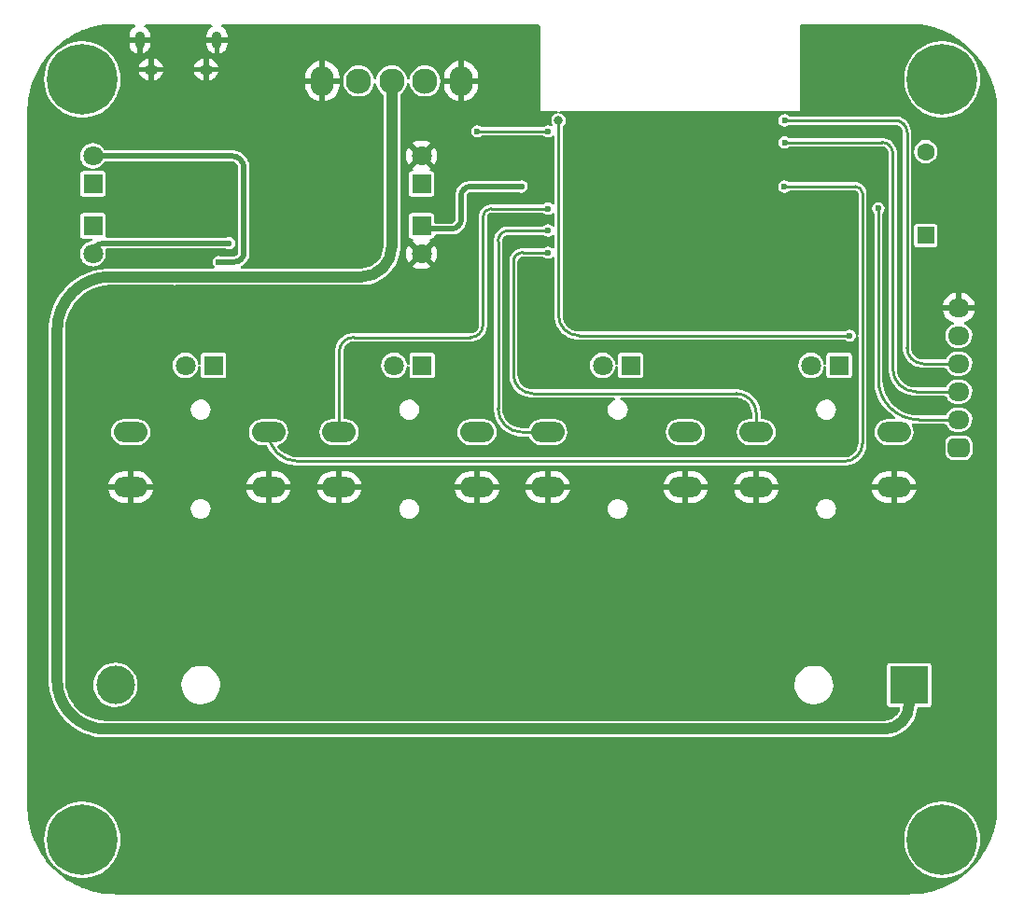
<source format=gbl>
G04 #@! TF.GenerationSoftware,KiCad,Pcbnew,7.0.5*
G04 #@! TF.CreationDate,2023-09-08T12:24:19+07:00*
G04 #@! TF.ProjectId,Node_Vote,4e6f6465-5f56-46f7-9465-2e6b69636164,rev?*
G04 #@! TF.SameCoordinates,Original*
G04 #@! TF.FileFunction,Copper,L2,Bot*
G04 #@! TF.FilePolarity,Positive*
%FSLAX46Y46*%
G04 Gerber Fmt 4.6, Leading zero omitted, Abs format (unit mm)*
G04 Created by KiCad (PCBNEW 7.0.5) date 2023-09-08 12:24:19*
%MOMM*%
%LPD*%
G01*
G04 APERTURE LIST*
G04 Aperture macros list*
%AMRoundRect*
0 Rectangle with rounded corners*
0 $1 Rounding radius*
0 $2 $3 $4 $5 $6 $7 $8 $9 X,Y pos of 4 corners*
0 Add a 4 corners polygon primitive as box body*
4,1,4,$2,$3,$4,$5,$6,$7,$8,$9,$2,$3,0*
0 Add four circle primitives for the rounded corners*
1,1,$1+$1,$2,$3*
1,1,$1+$1,$4,$5*
1,1,$1+$1,$6,$7*
1,1,$1+$1,$8,$9*
0 Add four rect primitives between the rounded corners*
20,1,$1+$1,$2,$3,$4,$5,0*
20,1,$1+$1,$4,$5,$6,$7,0*
20,1,$1+$1,$6,$7,$8,$9,0*
20,1,$1+$1,$8,$9,$2,$3,0*%
G04 Aperture macros list end*
G04 #@! TA.AperFunction,ComponentPad*
%ADD10RoundRect,0.425000X0.550000X0.425000X-0.550000X0.425000X-0.550000X-0.425000X0.550000X-0.425000X0*%
G04 #@! TD*
G04 #@! TA.AperFunction,ComponentPad*
%ADD11O,1.950000X1.700000*%
G04 #@! TD*
G04 #@! TA.AperFunction,ComponentPad*
%ADD12O,0.890000X1.550000*%
G04 #@! TD*
G04 #@! TA.AperFunction,ComponentPad*
%ADD13O,1.250000X0.950000*%
G04 #@! TD*
G04 #@! TA.AperFunction,ComponentPad*
%ADD14C,0.800000*%
G04 #@! TD*
G04 #@! TA.AperFunction,ComponentPad*
%ADD15C,6.400000*%
G04 #@! TD*
G04 #@! TA.AperFunction,ComponentPad*
%ADD16R,3.500000X3.500000*%
G04 #@! TD*
G04 #@! TA.AperFunction,ComponentPad*
%ADD17C,3.500000*%
G04 #@! TD*
G04 #@! TA.AperFunction,ComponentPad*
%ADD18C,2.300000*%
G04 #@! TD*
G04 #@! TA.AperFunction,ComponentPad*
%ADD19O,2.100000X2.700000*%
G04 #@! TD*
G04 #@! TA.AperFunction,ComponentPad*
%ADD20R,1.600000X1.600000*%
G04 #@! TD*
G04 #@! TA.AperFunction,ComponentPad*
%ADD21C,1.600000*%
G04 #@! TD*
G04 #@! TA.AperFunction,ComponentPad*
%ADD22R,1.800000X1.800000*%
G04 #@! TD*
G04 #@! TA.AperFunction,ComponentPad*
%ADD23C,1.800000*%
G04 #@! TD*
G04 #@! TA.AperFunction,ComponentPad*
%ADD24O,3.048000X1.850000*%
G04 #@! TD*
G04 #@! TA.AperFunction,ViaPad*
%ADD25C,0.600000*%
G04 #@! TD*
G04 #@! TA.AperFunction,ViaPad*
%ADD26C,0.800000*%
G04 #@! TD*
G04 #@! TA.AperFunction,ViaPad*
%ADD27C,1.000000*%
G04 #@! TD*
G04 #@! TA.AperFunction,Conductor*
%ADD28C,0.250000*%
G04 #@! TD*
G04 #@! TA.AperFunction,Conductor*
%ADD29C,1.000000*%
G04 #@! TD*
G04 #@! TA.AperFunction,Conductor*
%ADD30C,0.500000*%
G04 #@! TD*
G04 APERTURE END LIST*
D10*
X84500000Y-38455037D03*
D11*
X84500000Y-35915037D03*
X84500000Y-33375037D03*
X84500000Y-30835037D03*
X84500000Y-28295037D03*
X84500000Y-25755037D03*
D12*
X17219000Y-1450000D03*
D13*
X16219000Y-4150000D03*
X11219000Y-4150000D03*
D12*
X10219000Y-1450000D03*
D14*
X2600000Y-74055037D03*
X3302944Y-72357981D03*
X3302944Y-75752093D03*
X5000000Y-71655037D03*
D15*
X5000000Y-74055037D03*
D14*
X5000000Y-76455037D03*
X6697056Y-72357981D03*
X6697056Y-75752093D03*
X7400000Y-74055037D03*
X80600000Y-5055037D03*
X81302944Y-3357981D03*
X81302944Y-6752093D03*
X83000000Y-2655037D03*
D15*
X83000000Y-5055037D03*
D14*
X83000000Y-7455037D03*
X84697056Y-3357981D03*
X84697056Y-6752093D03*
X85400000Y-5055037D03*
X2600000Y-5055037D03*
X3302944Y-3357981D03*
X3302944Y-6752093D03*
X5000000Y-2655037D03*
D15*
X5000000Y-5055037D03*
D14*
X5000000Y-7455037D03*
X6697056Y-3357981D03*
X6697056Y-6752093D03*
X7400000Y-5055037D03*
D16*
X80000000Y-60000000D03*
D17*
X8000000Y-60000000D03*
D18*
X30069000Y-5200000D03*
X33069000Y-5200000D03*
X36069000Y-5200000D03*
D19*
X26769000Y-5200000D03*
X39369000Y-5200000D03*
D14*
X80600000Y-74055037D03*
X81302944Y-72357981D03*
X81302944Y-75752093D03*
X83000000Y-71655037D03*
D15*
X83000000Y-74055037D03*
D14*
X83000000Y-76455037D03*
X84697056Y-72357981D03*
X84697056Y-75752093D03*
X85400000Y-74055037D03*
D20*
X81500000Y-19200000D03*
D21*
X81500000Y-11600000D03*
D22*
X5969000Y-14525000D03*
D23*
X5969000Y-11985000D03*
D22*
X73646167Y-31000000D03*
D23*
X71106167Y-31000000D03*
D24*
X47217055Y-42055037D03*
X59717055Y-42055037D03*
X47217055Y-37055037D03*
X59717055Y-37055037D03*
D22*
X5969000Y-18325000D03*
D23*
X5969000Y-20865000D03*
D22*
X54732055Y-31000000D03*
D23*
X52192055Y-31000000D03*
D24*
X9388833Y-42055037D03*
X21888833Y-42055037D03*
X9388833Y-37055037D03*
X21888833Y-37055037D03*
D22*
X35817944Y-31000000D03*
D23*
X33277944Y-31000000D03*
D22*
X35769000Y-14525000D03*
D23*
X35769000Y-11985000D03*
D24*
X28302944Y-42055037D03*
X40802944Y-42055037D03*
X28302944Y-37055037D03*
X40802944Y-37055037D03*
D22*
X35769000Y-18325000D03*
D23*
X35769000Y-20865000D03*
D24*
X66131167Y-42055037D03*
X78631167Y-42055037D03*
X66131167Y-37055037D03*
X78631167Y-37055037D03*
D22*
X16903833Y-31000000D03*
D23*
X14363833Y-31000000D03*
D25*
X48919000Y-24880037D03*
X43419000Y-24106716D03*
X68208000Y-24055037D03*
X67569000Y-33425000D03*
X48444000Y-34600000D03*
X49894000Y-34600000D03*
X43419000Y-25650000D03*
X30169000Y-25450000D03*
X70519000Y-3100000D03*
X31619000Y-11550000D03*
X29719000Y-33425000D03*
X18023500Y-13050000D03*
X48919000Y-24106716D03*
X27019000Y-25450000D03*
X29719000Y-34150000D03*
X46069000Y-3100000D03*
X27019000Y-24000000D03*
X45785666Y-25650000D03*
X12819000Y-15225000D03*
X29719000Y-32700000D03*
X10869000Y-34150000D03*
X28069000Y-25450000D03*
X10869000Y-33425000D03*
X17669000Y-9050000D03*
X29119000Y-25450000D03*
X31219000Y-24725000D03*
X29119000Y-17102500D03*
X43419000Y-11750000D03*
X27019000Y-24725000D03*
X47419000Y-25650000D03*
X67569000Y-32700000D03*
X49169000Y-34600000D03*
X14719000Y-10850000D03*
X12079037Y-6657000D03*
X21069000Y-18550000D03*
X23583000Y-10397500D03*
X16419000Y-9050000D03*
X31219000Y-24000000D03*
X46602332Y-25650000D03*
X48919000Y-25650000D03*
X10869000Y-32700000D03*
X67569000Y-34150000D03*
X43419000Y-24880037D03*
X45169000Y-11750000D03*
X44969000Y-25650000D03*
X31219000Y-25450000D03*
X76669000Y-8050000D03*
X47244000Y-16767537D03*
X68694974Y-14774026D03*
X47244000Y-18760037D03*
X47244000Y-20760037D03*
D26*
X48208000Y-8767537D03*
D25*
X74608000Y-28295037D03*
X77216574Y-16755037D03*
X47244000Y-9750000D03*
X40844000Y-9750000D03*
X68708000Y-10755037D03*
X68708000Y-8767537D03*
D27*
X12219000Y-22950000D03*
X13364000Y-22950000D03*
D25*
X17369000Y-21600000D03*
X18319000Y-19900000D03*
X44848732Y-14767537D03*
D28*
X28302944Y-37055037D02*
X28302944Y-29766056D01*
X29619000Y-28450000D02*
X40240667Y-28450000D01*
X42091820Y-16767537D02*
X47244000Y-16767537D01*
X41340667Y-27350000D02*
X41340667Y-17518690D01*
X40240667Y-28449967D02*
G75*
G03*
X41340667Y-27350000I33J1099967D01*
G01*
X29619000Y-28450004D02*
G75*
G03*
X28302944Y-29766056I0J-1316056D01*
G01*
X42091820Y-16767467D02*
G75*
G03*
X41340667Y-17518690I-20J-751133D01*
G01*
X75119000Y-14750000D02*
X68719000Y-14750000D01*
X24533796Y-39700000D02*
X74119000Y-39700000D01*
X75769000Y-38050000D02*
X75769000Y-15400000D01*
X74119000Y-39700000D02*
G75*
G03*
X75769000Y-38050000I0J1650000D01*
G01*
X68719000Y-14749974D02*
G75*
G03*
X68694974Y-14774026I0J-24026D01*
G01*
X21888840Y-37055037D02*
G75*
G03*
X24533796Y-39700000I2644960J-3D01*
G01*
X75769000Y-15400000D02*
G75*
G03*
X75119000Y-14750000I-650000J0D01*
G01*
X47244000Y-18760037D02*
X43684178Y-18760037D01*
X42708000Y-19736215D02*
X42708000Y-34900000D01*
X47217055Y-37055037D02*
X44863037Y-37055037D01*
X43684178Y-18760000D02*
G75*
G03*
X42708000Y-19736215I22J-976200D01*
G01*
X42707963Y-34900000D02*
G75*
G03*
X44863037Y-37055037I2155037J0D01*
G01*
X47244000Y-20760037D02*
X44933234Y-20760037D01*
X44108000Y-21585271D02*
X44108000Y-31800000D01*
X64319000Y-33550000D02*
X45858000Y-33550000D01*
X66131167Y-37055037D02*
X66131167Y-35362167D01*
X44933234Y-20760100D02*
G75*
G03*
X44108000Y-21585271I-34J-825200D01*
G01*
X44108000Y-31800000D02*
G75*
G03*
X45858000Y-33550000I1750000J0D01*
G01*
X66131200Y-35362167D02*
G75*
G03*
X64319000Y-33550000I-1812200J-33D01*
G01*
X48208000Y-26455037D02*
X48208000Y-8767537D01*
X50048000Y-28295037D02*
X74608000Y-28295037D01*
X48207963Y-26455037D02*
G75*
G03*
X50048000Y-28295037I1840037J37D01*
G01*
X77208000Y-16763611D02*
X77208000Y-32259846D01*
X80863191Y-35915037D02*
X84500000Y-35915037D01*
X77216574Y-16755037D02*
X77208000Y-16763611D01*
X77207993Y-32259846D02*
G75*
G03*
X80863191Y-35915037I3655197J6D01*
G01*
X77216574Y-16755000D02*
G75*
G03*
X77208000Y-16763611I26J-8600D01*
G01*
X40844000Y-9750000D02*
X47244000Y-9750000D01*
X77533850Y-10755037D02*
X68708000Y-10755037D01*
X80583037Y-33375037D02*
X84500000Y-33375037D01*
X78508000Y-31300000D02*
X78508000Y-11729187D01*
X78507963Y-31300000D02*
G75*
G03*
X80583037Y-33375037I2075037J0D01*
G01*
X78507963Y-11729187D02*
G75*
G03*
X77533850Y-10755037I-974163J-13D01*
G01*
X79808000Y-29400000D02*
X79808000Y-9850696D01*
X78724841Y-8767537D02*
X68708000Y-8767537D01*
X81243037Y-30835037D02*
X84500000Y-30835037D01*
X79807963Y-29400000D02*
G75*
G03*
X81243037Y-30835037I1435037J0D01*
G01*
X79807963Y-9850696D02*
G75*
G03*
X78724841Y-8767537I-1083163J-4D01*
G01*
D29*
X2719000Y-27782187D02*
X2719000Y-59564046D01*
X30324016Y-22950000D02*
X7551187Y-22950000D01*
X80000000Y-60000000D02*
X80000000Y-61742840D01*
X7154954Y-64000000D02*
X77742840Y-64000000D01*
X33069000Y-5200000D02*
X33069000Y-20205016D01*
X77742840Y-64000000D02*
G75*
G03*
X80000000Y-61742840I-40J2257200D01*
G01*
X2719000Y-59564046D02*
G75*
G03*
X7154954Y-64000000I4435955J1D01*
G01*
X7551187Y-22950000D02*
G75*
G03*
X2719000Y-27782187I3J-4832190D01*
G01*
X30324016Y-22950000D02*
G75*
G03*
X33069000Y-20205016I4J2744980D01*
G01*
D30*
X19669000Y-20750000D02*
X19669000Y-13100000D01*
X17369000Y-21600000D02*
X18819000Y-21600000D01*
X5969000Y-11985000D02*
X18554000Y-11985000D01*
X19669000Y-13100000D02*
G75*
G03*
X18554000Y-11985000I-1115000J0D01*
G01*
X18819000Y-21600000D02*
G75*
G03*
X19669000Y-20750000I0J850000D01*
G01*
X18319000Y-19900000D02*
X6934000Y-19900000D01*
X6934000Y-19900000D02*
G75*
G03*
X5969000Y-20865000I0J-965000D01*
G01*
X39369000Y-15588722D02*
X39369000Y-17710434D01*
X44848732Y-14767537D02*
X40190185Y-14767537D01*
X38454434Y-18625000D02*
X35769000Y-18625000D01*
X40190185Y-14767500D02*
G75*
G03*
X39369000Y-15588722I15J-821200D01*
G01*
X38454434Y-18625000D02*
G75*
G03*
X39369000Y-17710434I-34J914600D01*
G01*
G04 #@! TA.AperFunction,Conductor*
G36*
X9793564Y-91356D02*
G01*
X9829883Y-179037D01*
X9793564Y-266718D01*
X9772922Y-283352D01*
X9593797Y-398468D01*
X9593795Y-398470D01*
X9415840Y-603840D01*
X9415837Y-603843D01*
X9302956Y-851018D01*
X9302954Y-851025D01*
X9274000Y-1052410D01*
X9274000Y-1200000D01*
X9969000Y-1200000D01*
X9969000Y-1700000D01*
X9274000Y-1700000D01*
X9274000Y-1847589D01*
X9302954Y-2048974D01*
X9302956Y-2048981D01*
X9415837Y-2296156D01*
X9415840Y-2296159D01*
X9593794Y-2501528D01*
X9822400Y-2648444D01*
X9968999Y-2691488D01*
X9969000Y-2691488D01*
X9969000Y-1810944D01*
X9999808Y-1915866D01*
X10110762Y-2012008D01*
X10256081Y-2032902D01*
X10389627Y-1971914D01*
X10469000Y-1848407D01*
X10469000Y-2691488D01*
X10615599Y-2648444D01*
X10844205Y-2501528D01*
X11022159Y-2296159D01*
X11022162Y-2296156D01*
X11135043Y-2048981D01*
X11135045Y-2048974D01*
X11163999Y-1847589D01*
X11164000Y-1847588D01*
X11164000Y-1700000D01*
X10469000Y-1700000D01*
X10469000Y-1200000D01*
X11164000Y-1200000D01*
X11164000Y-1052411D01*
X11163999Y-1052410D01*
X11135045Y-851025D01*
X11135043Y-851018D01*
X11022162Y-603843D01*
X11022159Y-603840D01*
X10844204Y-398470D01*
X10844202Y-398468D01*
X10665078Y-283352D01*
X10610951Y-205395D01*
X10627802Y-111998D01*
X10705759Y-57871D01*
X10732117Y-55037D01*
X16705883Y-55037D01*
X16793564Y-91356D01*
X16829883Y-179037D01*
X16793564Y-266718D01*
X16772922Y-283352D01*
X16593797Y-398468D01*
X16593795Y-398470D01*
X16415840Y-603840D01*
X16415837Y-603843D01*
X16302956Y-851018D01*
X16302954Y-851025D01*
X16274000Y-1052410D01*
X16274000Y-1200000D01*
X16969000Y-1200000D01*
X16969000Y-1700000D01*
X16274000Y-1700000D01*
X16274000Y-1847589D01*
X16302954Y-2048974D01*
X16302956Y-2048981D01*
X16415837Y-2296156D01*
X16415840Y-2296159D01*
X16593794Y-2501528D01*
X16822400Y-2648444D01*
X16968999Y-2691488D01*
X16969000Y-2691488D01*
X16969000Y-1810944D01*
X16999808Y-1915866D01*
X17110762Y-2012008D01*
X17256081Y-2032902D01*
X17389627Y-1971914D01*
X17469000Y-1848407D01*
X17469000Y-2691488D01*
X17615599Y-2648444D01*
X17844205Y-2501528D01*
X18022159Y-2296159D01*
X18022162Y-2296156D01*
X18135043Y-2048981D01*
X18135045Y-2048974D01*
X18163999Y-1847589D01*
X18164000Y-1847588D01*
X18164000Y-1700000D01*
X17469000Y-1700000D01*
X17469000Y-1200000D01*
X18164000Y-1200000D01*
X18164000Y-1052411D01*
X18163999Y-1052410D01*
X18135045Y-851025D01*
X18135043Y-851018D01*
X18022162Y-603843D01*
X18022159Y-603840D01*
X17844204Y-398470D01*
X17844202Y-398468D01*
X17665078Y-283352D01*
X17610951Y-205395D01*
X17627802Y-111998D01*
X17705759Y-57871D01*
X17732117Y-55037D01*
X46409000Y-55037D01*
X46496681Y-91356D01*
X46533000Y-179037D01*
X46533000Y-7887537D01*
X48020607Y-7887537D01*
X48108288Y-7923856D01*
X48144607Y-8011537D01*
X48108288Y-8099218D01*
X48063020Y-8128057D01*
X47877733Y-8195497D01*
X47702004Y-8342951D01*
X47702000Y-8342954D01*
X47701998Y-8342956D01*
X47587301Y-8541618D01*
X47587299Y-8541623D01*
X47547465Y-8767536D01*
X47547465Y-8767537D01*
X47587299Y-8993450D01*
X47587301Y-8993455D01*
X47625805Y-9060146D01*
X47638193Y-9154240D01*
X47580418Y-9229533D01*
X47486324Y-9241921D01*
X47470616Y-9234806D01*
X47470075Y-9236113D01*
X47458791Y-9231438D01*
X47244002Y-9188715D01*
X47243998Y-9188715D01*
X47029208Y-9231438D01*
X47029207Y-9231439D01*
X46846378Y-9353602D01*
X46777487Y-9374500D01*
X41310513Y-9374500D01*
X41241622Y-9353602D01*
X41119141Y-9271763D01*
X41058794Y-9231440D01*
X41058793Y-9231439D01*
X41058792Y-9231439D01*
X41058791Y-9231438D01*
X40844002Y-9188715D01*
X40843998Y-9188715D01*
X40629208Y-9231438D01*
X40629207Y-9231439D01*
X40447111Y-9353111D01*
X40325439Y-9535207D01*
X40325438Y-9535208D01*
X40282715Y-9749997D01*
X40282715Y-9750002D01*
X40325438Y-9964791D01*
X40325439Y-9964792D01*
X40447111Y-10146888D01*
X40538159Y-10207724D01*
X40629206Y-10268560D01*
X40629207Y-10268560D01*
X40629208Y-10268561D01*
X40843998Y-10311285D01*
X40844000Y-10311285D01*
X40844002Y-10311285D01*
X41058791Y-10268561D01*
X41058791Y-10268560D01*
X41058794Y-10268560D01*
X41195883Y-10176959D01*
X41241622Y-10146398D01*
X41310513Y-10125500D01*
X46777487Y-10125500D01*
X46846378Y-10146398D01*
X46899590Y-10181953D01*
X47029206Y-10268560D01*
X47029207Y-10268560D01*
X47029208Y-10268561D01*
X47243998Y-10311285D01*
X47244000Y-10311285D01*
X47244002Y-10311285D01*
X47458791Y-10268561D01*
X47458791Y-10268560D01*
X47458794Y-10268560D01*
X47639610Y-10147741D01*
X47732689Y-10129226D01*
X47811601Y-10181953D01*
X47832499Y-10250844D01*
X47832499Y-16266692D01*
X47796180Y-16354373D01*
X47708499Y-16390692D01*
X47639608Y-16369794D01*
X47458794Y-16248977D01*
X47458793Y-16248976D01*
X47458792Y-16248976D01*
X47458791Y-16248975D01*
X47244002Y-16206252D01*
X47243998Y-16206252D01*
X47029208Y-16248975D01*
X47029207Y-16248976D01*
X46846378Y-16371139D01*
X46777487Y-16392037D01*
X42143263Y-16392037D01*
X42143096Y-16391967D01*
X41964879Y-16391965D01*
X41964877Y-16391965D01*
X41964876Y-16391965D01*
X41964871Y-16391965D01*
X41717343Y-16448460D01*
X41717336Y-16448463D01*
X41488577Y-16558632D01*
X41488572Y-16558635D01*
X41290077Y-16716942D01*
X41290071Y-16716948D01*
X41131774Y-16915470D01*
X41021628Y-17144234D01*
X40965152Y-17391783D01*
X40965167Y-17518652D01*
X40965167Y-27345932D01*
X40964636Y-27354034D01*
X40942610Y-27521324D01*
X40934232Y-27552590D01*
X40874351Y-27697156D01*
X40858165Y-27725191D01*
X40762905Y-27849332D01*
X40740015Y-27872221D01*
X40615872Y-27967476D01*
X40587837Y-27983661D01*
X40443272Y-28043538D01*
X40412004Y-28051916D01*
X40244460Y-28073968D01*
X40236359Y-28074499D01*
X40175829Y-28074498D01*
X40165987Y-28074498D01*
X40165986Y-28074498D01*
X40154168Y-28074498D01*
X40154148Y-28074500D01*
X29573373Y-28074500D01*
X29573301Y-28074504D01*
X29452392Y-28074504D01*
X29125599Y-28139507D01*
X29125591Y-28139509D01*
X28817747Y-28267022D01*
X28817746Y-28267022D01*
X28540701Y-28452137D01*
X28540693Y-28452143D01*
X28305086Y-28687749D01*
X28305083Y-28687753D01*
X28119967Y-28964798D01*
X28119962Y-28964808D01*
X27992450Y-29272646D01*
X27992448Y-29272654D01*
X27927444Y-29599446D01*
X27927443Y-29599448D01*
X27927444Y-35755537D01*
X27891125Y-35843218D01*
X27803444Y-35879537D01*
X27626901Y-35879537D01*
X27626895Y-35879537D01*
X27626891Y-35879538D01*
X27397078Y-35909793D01*
X27397076Y-35909794D01*
X27111122Y-36028240D01*
X26865569Y-36216659D01*
X26677146Y-36462216D01*
X26558701Y-36748169D01*
X26558700Y-36748171D01*
X26518301Y-37055035D01*
X26518301Y-37055038D01*
X26558700Y-37361902D01*
X26558701Y-37361904D01*
X26677147Y-37647858D01*
X26865568Y-37893413D01*
X27111123Y-38081834D01*
X27397077Y-38200280D01*
X27626901Y-38230537D01*
X27626908Y-38230537D01*
X28978980Y-38230537D01*
X28978987Y-38230537D01*
X29208811Y-38200280D01*
X29494765Y-38081834D01*
X29740320Y-37893413D01*
X29928741Y-37647859D01*
X30047187Y-37361904D01*
X30086364Y-37064324D01*
X30087587Y-37055038D01*
X39018301Y-37055038D01*
X39058700Y-37361902D01*
X39058701Y-37361904D01*
X39177147Y-37647858D01*
X39365568Y-37893413D01*
X39611123Y-38081834D01*
X39897077Y-38200280D01*
X40126901Y-38230537D01*
X40126908Y-38230537D01*
X41478980Y-38230537D01*
X41478987Y-38230537D01*
X41708811Y-38200280D01*
X41994765Y-38081834D01*
X42240320Y-37893413D01*
X42428741Y-37647859D01*
X42547187Y-37361904D01*
X42586364Y-37064324D01*
X42587587Y-37055038D01*
X42587587Y-37055035D01*
X42547187Y-36748171D01*
X42547187Y-36748170D01*
X42428741Y-36462216D01*
X42240320Y-36216661D01*
X41994765Y-36028240D01*
X41708811Y-35909794D01*
X41708809Y-35909793D01*
X41478996Y-35879538D01*
X41478993Y-35879537D01*
X41478987Y-35879537D01*
X40126901Y-35879537D01*
X40126895Y-35879537D01*
X40126891Y-35879538D01*
X39897078Y-35909793D01*
X39897076Y-35909794D01*
X39611122Y-36028240D01*
X39365569Y-36216659D01*
X39177146Y-36462216D01*
X39058701Y-36748169D01*
X39058700Y-36748171D01*
X39018301Y-37055035D01*
X39018301Y-37055038D01*
X30087587Y-37055038D01*
X30087587Y-37055035D01*
X30047187Y-36748171D01*
X30047187Y-36748170D01*
X29928741Y-36462216D01*
X29740320Y-36216661D01*
X29494765Y-36028240D01*
X29208811Y-35909794D01*
X29208809Y-35909793D01*
X28978996Y-35879538D01*
X28978993Y-35879537D01*
X28978987Y-35879537D01*
X28978980Y-35879537D01*
X28802444Y-35879537D01*
X28714763Y-35843218D01*
X28678444Y-35755537D01*
X28678444Y-35015037D01*
X33743184Y-35015037D01*
X33780035Y-35271345D01*
X33841973Y-35406971D01*
X33844824Y-35414458D01*
X33851912Y-35437437D01*
X33859186Y-35444662D01*
X33887602Y-35506886D01*
X33887605Y-35506890D01*
X33961156Y-35591773D01*
X33995828Y-35631786D01*
X34000202Y-35637466D01*
X34010776Y-35652975D01*
X34017159Y-35656404D01*
X34057178Y-35702588D01*
X34057179Y-35702588D01*
X34057179Y-35702589D01*
X34211944Y-35802050D01*
X34217083Y-35805736D01*
X34225842Y-35812721D01*
X34229832Y-35813546D01*
X34275017Y-35842585D01*
X34371317Y-35870860D01*
X34473092Y-35900744D01*
X34478266Y-35902516D01*
X34478452Y-35902589D01*
X34479167Y-35902528D01*
X34523472Y-35915537D01*
X34523473Y-35915537D01*
X34782416Y-35915537D01*
X35030872Y-35842584D01*
X35045395Y-35833251D01*
X35248705Y-35702591D01*
X35248704Y-35702591D01*
X35248710Y-35702588D01*
X35418283Y-35506890D01*
X35418331Y-35506786D01*
X35525851Y-35271348D01*
X35525852Y-35271346D01*
X35562704Y-35015037D01*
X35525852Y-34758728D01*
X35513733Y-34732190D01*
X35418285Y-34523187D01*
X35418283Y-34523185D01*
X35418283Y-34523184D01*
X35248710Y-34327486D01*
X35248707Y-34327484D01*
X35248705Y-34327482D01*
X35030874Y-34187490D01*
X35030871Y-34187489D01*
X34782417Y-34114537D01*
X34782416Y-34114537D01*
X34523472Y-34114537D01*
X34523468Y-34114537D01*
X34479167Y-34127545D01*
X34478481Y-34127471D01*
X34478243Y-34127565D01*
X34473060Y-34129338D01*
X34275016Y-34187489D01*
X34275015Y-34187490D01*
X34229830Y-34216528D01*
X34226008Y-34217217D01*
X34217070Y-34224345D01*
X34211932Y-34228030D01*
X34057180Y-34327484D01*
X34057175Y-34327488D01*
X34017160Y-34373668D01*
X34011018Y-34376742D01*
X34000199Y-34392611D01*
X33995825Y-34398291D01*
X33887605Y-34523183D01*
X33859186Y-34585412D01*
X33852107Y-34592001D01*
X33844823Y-34615618D01*
X33841972Y-34623105D01*
X33780035Y-34758728D01*
X33743184Y-35015037D01*
X28678444Y-35015037D01*
X28678444Y-31000000D01*
X32117516Y-31000000D01*
X32157056Y-31300339D01*
X32157057Y-31300341D01*
X32272984Y-31580215D01*
X32312388Y-31631567D01*
X32457397Y-31820547D01*
X32526853Y-31873842D01*
X32697728Y-32004959D01*
X32697729Y-32004959D01*
X32697730Y-32004960D01*
X32977603Y-32120887D01*
X33092146Y-32135967D01*
X33277943Y-32160428D01*
X33277944Y-32160428D01*
X33277945Y-32160428D01*
X33378057Y-32147247D01*
X33578285Y-32120887D01*
X33858158Y-32004960D01*
X34098491Y-31820547D01*
X34282904Y-31580214D01*
X34398831Y-31300341D01*
X34420505Y-31135711D01*
X34467958Y-31053521D01*
X34559629Y-31028958D01*
X34641820Y-31076411D01*
X34667444Y-31151897D01*
X34667444Y-31924678D01*
X34681976Y-31997735D01*
X34681977Y-31997739D01*
X34681978Y-31997740D01*
X34737343Y-32080601D01*
X34820203Y-32135966D01*
X34820204Y-32135966D01*
X34820208Y-32135967D01*
X34893265Y-32150499D01*
X34893268Y-32150500D01*
X34893270Y-32150500D01*
X36742620Y-32150500D01*
X36742621Y-32150499D01*
X36815684Y-32135966D01*
X36898545Y-32080601D01*
X36953910Y-31997740D01*
X36968444Y-31924674D01*
X36968444Y-30075326D01*
X36968444Y-30075325D01*
X36968444Y-30075323D01*
X36968443Y-30075321D01*
X36953911Y-30002264D01*
X36953910Y-30002260D01*
X36904369Y-29928116D01*
X36898545Y-29919399D01*
X36815684Y-29864034D01*
X36815683Y-29864033D01*
X36815679Y-29864032D01*
X36742621Y-29849500D01*
X36742618Y-29849500D01*
X34893270Y-29849500D01*
X34893267Y-29849500D01*
X34820208Y-29864032D01*
X34820204Y-29864033D01*
X34737343Y-29919399D01*
X34681977Y-30002260D01*
X34681976Y-30002264D01*
X34667444Y-30075321D01*
X34667444Y-30848102D01*
X34631125Y-30935783D01*
X34543444Y-30972102D01*
X34455763Y-30935783D01*
X34420505Y-30864288D01*
X34418374Y-30848102D01*
X34398831Y-30699659D01*
X34282904Y-30419786D01*
X34282903Y-30419785D01*
X34282903Y-30419784D01*
X34158473Y-30257624D01*
X34098491Y-30179453D01*
X33962789Y-30075326D01*
X33858159Y-29995040D01*
X33578285Y-29879113D01*
X33578283Y-29879112D01*
X33277945Y-29839572D01*
X33277943Y-29839572D01*
X32977604Y-29879112D01*
X32977602Y-29879113D01*
X32697728Y-29995040D01*
X32457397Y-30179453D01*
X32272984Y-30419784D01*
X32157057Y-30699658D01*
X32157056Y-30699660D01*
X32117516Y-30999999D01*
X32117516Y-31000000D01*
X28678444Y-31000000D01*
X28678444Y-29770123D01*
X28678975Y-29762021D01*
X28708362Y-29538807D01*
X28716740Y-29507542D01*
X28761150Y-29400328D01*
X28798212Y-29310853D01*
X28814388Y-29282835D01*
X28943993Y-29113930D01*
X28966871Y-29091052D01*
X29135775Y-28961449D01*
X29163803Y-28945267D01*
X29360487Y-28863799D01*
X29391748Y-28855422D01*
X29615000Y-28826030D01*
X29623096Y-28825500D01*
X40286179Y-28825500D01*
X40286737Y-28825468D01*
X40385979Y-28825471D01*
X40671043Y-28768776D01*
X40939569Y-28657556D01*
X41181236Y-28496086D01*
X41386758Y-28290570D01*
X41548235Y-28048908D01*
X41659463Y-27780386D01*
X41670442Y-27725191D01*
X41716167Y-27495326D01*
X41716167Y-17605766D01*
X41716175Y-17605677D01*
X41716173Y-17593339D01*
X41716175Y-17593337D01*
X41716168Y-17530854D01*
X41718548Y-17506667D01*
X41739939Y-17399068D01*
X41758448Y-17354373D01*
X41812473Y-17273508D01*
X41846679Y-17239298D01*
X41927543Y-17185263D01*
X41972236Y-17166750D01*
X42079482Y-17145418D01*
X42103670Y-17143037D01*
X42166502Y-17143039D01*
X42166504Y-17143037D01*
X42178320Y-17143038D01*
X42178341Y-17143037D01*
X46777487Y-17143037D01*
X46846378Y-17163935D01*
X46899590Y-17199490D01*
X47029206Y-17286097D01*
X47029207Y-17286097D01*
X47029208Y-17286098D01*
X47243998Y-17328822D01*
X47244000Y-17328822D01*
X47244002Y-17328822D01*
X47458791Y-17286098D01*
X47458791Y-17286097D01*
X47458794Y-17286097D01*
X47639610Y-17165278D01*
X47732689Y-17146763D01*
X47811601Y-17199490D01*
X47832499Y-17268381D01*
X47832499Y-18259192D01*
X47796180Y-18346873D01*
X47708499Y-18383192D01*
X47639608Y-18362294D01*
X47616529Y-18346873D01*
X47458794Y-18241477D01*
X47458793Y-18241476D01*
X47458792Y-18241476D01*
X47458791Y-18241475D01*
X47244002Y-18198752D01*
X47243998Y-18198752D01*
X47029208Y-18241475D01*
X47029207Y-18241476D01*
X46846378Y-18363639D01*
X46777487Y-18384537D01*
X43773302Y-18384537D01*
X43773294Y-18384536D01*
X43735568Y-18384536D01*
X43735478Y-18384499D01*
X43531874Y-18384502D01*
X43531864Y-18384503D01*
X43234911Y-18452288D01*
X42960479Y-18584455D01*
X42722338Y-18774373D01*
X42532426Y-19012524D01*
X42532425Y-19012526D01*
X42400274Y-19286953D01*
X42400271Y-19286963D01*
X42335680Y-19569980D01*
X42332498Y-19583921D01*
X42332500Y-19704572D01*
X42332500Y-27276157D01*
X42332499Y-34848601D01*
X42332463Y-34848689D01*
X42332463Y-35099159D01*
X42382259Y-35413557D01*
X42394775Y-35492575D01*
X42517863Y-35871399D01*
X42597779Y-36028240D01*
X42698698Y-36226303D01*
X42932828Y-36548551D01*
X42932829Y-36548552D01*
X43161015Y-36776733D01*
X43214484Y-36830201D01*
X43303908Y-36895170D01*
X43536731Y-37064323D01*
X43720810Y-37158113D01*
X43891641Y-37245153D01*
X44270467Y-37368236D01*
X44663884Y-37430540D01*
X44863041Y-37430537D01*
X44863044Y-37430537D01*
X45418387Y-37430537D01*
X45506068Y-37466856D01*
X45532948Y-37507085D01*
X45591256Y-37647856D01*
X45591258Y-37647858D01*
X45779679Y-37893413D01*
X46025234Y-38081834D01*
X46311188Y-38200280D01*
X46541012Y-38230537D01*
X46541019Y-38230537D01*
X47893091Y-38230537D01*
X47893098Y-38230537D01*
X48122922Y-38200280D01*
X48408876Y-38081834D01*
X48654431Y-37893413D01*
X48842852Y-37647859D01*
X48961298Y-37361904D01*
X49000475Y-37064324D01*
X49001698Y-37055038D01*
X57932412Y-37055038D01*
X57972811Y-37361902D01*
X57972812Y-37361904D01*
X58091258Y-37647858D01*
X58279679Y-37893413D01*
X58525234Y-38081834D01*
X58811188Y-38200280D01*
X59041012Y-38230537D01*
X59041019Y-38230537D01*
X60393091Y-38230537D01*
X60393098Y-38230537D01*
X60622922Y-38200280D01*
X60908876Y-38081834D01*
X61154431Y-37893413D01*
X61342852Y-37647859D01*
X61461298Y-37361904D01*
X61500475Y-37064324D01*
X61501698Y-37055038D01*
X61501698Y-37055035D01*
X61461298Y-36748171D01*
X61461298Y-36748170D01*
X61342852Y-36462216D01*
X61154431Y-36216661D01*
X60908876Y-36028240D01*
X60622922Y-35909794D01*
X60622920Y-35909793D01*
X60393107Y-35879538D01*
X60393104Y-35879537D01*
X60393098Y-35879537D01*
X59041012Y-35879537D01*
X59041006Y-35879537D01*
X59041002Y-35879538D01*
X58811189Y-35909793D01*
X58811187Y-35909794D01*
X58525233Y-36028240D01*
X58279680Y-36216659D01*
X58091257Y-36462216D01*
X57972812Y-36748169D01*
X57972811Y-36748171D01*
X57932412Y-37055035D01*
X57932412Y-37055038D01*
X49001698Y-37055038D01*
X49001698Y-37055035D01*
X48961298Y-36748171D01*
X48961298Y-36748170D01*
X48842852Y-36462216D01*
X48654431Y-36216661D01*
X48408876Y-36028240D01*
X48122922Y-35909794D01*
X48122920Y-35909793D01*
X47893107Y-35879538D01*
X47893104Y-35879537D01*
X47893098Y-35879537D01*
X46541012Y-35879537D01*
X46541006Y-35879537D01*
X46541002Y-35879538D01*
X46311189Y-35909793D01*
X46311187Y-35909794D01*
X46025233Y-36028240D01*
X45779680Y-36216659D01*
X45591256Y-36462217D01*
X45532948Y-36602989D01*
X45465840Y-36670098D01*
X45418387Y-36679537D01*
X44952163Y-36679537D01*
X44952155Y-36679536D01*
X44866075Y-36679536D01*
X44859996Y-36679237D01*
X44528010Y-36646545D01*
X44504169Y-36641803D01*
X44193710Y-36547632D01*
X44171251Y-36538330D01*
X43885128Y-36385398D01*
X43864916Y-36371893D01*
X43675762Y-36216661D01*
X43614128Y-36166080D01*
X43596941Y-36148894D01*
X43590503Y-36141049D01*
X43391118Y-35898102D01*
X43377616Y-35877893D01*
X43376236Y-35875312D01*
X43295060Y-35723443D01*
X43224681Y-35591773D01*
X43215379Y-35569316D01*
X43121203Y-35258863D01*
X43116460Y-35235021D01*
X43083799Y-34903407D01*
X43083500Y-34897326D01*
X43083500Y-19810903D01*
X43083501Y-19810901D01*
X43083500Y-19745968D01*
X43085026Y-19726572D01*
X43088989Y-19701551D01*
X43109825Y-19569979D01*
X43121813Y-19533084D01*
X43151152Y-19475500D01*
X43189302Y-19400622D01*
X43212104Y-19369238D01*
X43317222Y-19264117D01*
X43348605Y-19241314D01*
X43481063Y-19173819D01*
X43517959Y-19161831D01*
X43674312Y-19137063D01*
X43693712Y-19135537D01*
X46777487Y-19135537D01*
X46846378Y-19156435D01*
X46854436Y-19161819D01*
X47029206Y-19278597D01*
X47029207Y-19278597D01*
X47029208Y-19278598D01*
X47243998Y-19321322D01*
X47244000Y-19321322D01*
X47244002Y-19321322D01*
X47458791Y-19278598D01*
X47458791Y-19278597D01*
X47458794Y-19278597D01*
X47639610Y-19157778D01*
X47732689Y-19139263D01*
X47811601Y-19191990D01*
X47832499Y-19260881D01*
X47832499Y-20259192D01*
X47796180Y-20346873D01*
X47708499Y-20383192D01*
X47639608Y-20362294D01*
X47616529Y-20346873D01*
X47458794Y-20241477D01*
X47458793Y-20241476D01*
X47458792Y-20241476D01*
X47458791Y-20241475D01*
X47244002Y-20198752D01*
X47243998Y-20198752D01*
X47029208Y-20241475D01*
X47029207Y-20241476D01*
X46846378Y-20363639D01*
X46777487Y-20384537D01*
X44887947Y-20384537D01*
X44886861Y-20384597D01*
X44797965Y-20384594D01*
X44797959Y-20384594D01*
X44534171Y-20444791D01*
X44290387Y-20562179D01*
X44290386Y-20562180D01*
X44078837Y-20730870D01*
X43910130Y-20942407D01*
X43792722Y-21186181D01*
X43732504Y-21449968D01*
X43732503Y-21449973D01*
X43732501Y-21540039D01*
X43732500Y-21540066D01*
X43732500Y-21585259D01*
X43732498Y-21674375D01*
X43732500Y-21674392D01*
X43732500Y-31985959D01*
X43797081Y-32352220D01*
X43924283Y-32701703D01*
X43924286Y-32701710D01*
X43943180Y-32734435D01*
X44110242Y-33023794D01*
X44349304Y-33308696D01*
X44634206Y-33547758D01*
X44956294Y-33733716D01*
X45305779Y-33860918D01*
X45672043Y-33925500D01*
X45815691Y-33925500D01*
X53218943Y-33925500D01*
X53306624Y-33961819D01*
X53342943Y-34049500D01*
X53306624Y-34137181D01*
X53253878Y-34168477D01*
X53189127Y-34187489D01*
X53189126Y-34187490D01*
X53143941Y-34216528D01*
X53140119Y-34217217D01*
X53131181Y-34224345D01*
X53126043Y-34228030D01*
X52971291Y-34327484D01*
X52971286Y-34327488D01*
X52931271Y-34373668D01*
X52925129Y-34376742D01*
X52914310Y-34392611D01*
X52909936Y-34398291D01*
X52801716Y-34523183D01*
X52773297Y-34585412D01*
X52766218Y-34592001D01*
X52758934Y-34615618D01*
X52756083Y-34623105D01*
X52694146Y-34758728D01*
X52657295Y-35015036D01*
X52694146Y-35271345D01*
X52756084Y-35406971D01*
X52758935Y-35414458D01*
X52766023Y-35437437D01*
X52773297Y-35444662D01*
X52801713Y-35506886D01*
X52801716Y-35506890D01*
X52875267Y-35591773D01*
X52909939Y-35631786D01*
X52914313Y-35637466D01*
X52924887Y-35652975D01*
X52931270Y-35656404D01*
X52971289Y-35702588D01*
X52971290Y-35702588D01*
X52971290Y-35702589D01*
X53126055Y-35802050D01*
X53131194Y-35805736D01*
X53139953Y-35812721D01*
X53143943Y-35813546D01*
X53189128Y-35842585D01*
X53285428Y-35870860D01*
X53387203Y-35900744D01*
X53392377Y-35902516D01*
X53392563Y-35902589D01*
X53393278Y-35902528D01*
X53437583Y-35915537D01*
X53437584Y-35915537D01*
X53696527Y-35915537D01*
X53944983Y-35842584D01*
X53959506Y-35833251D01*
X54162816Y-35702591D01*
X54162815Y-35702591D01*
X54162821Y-35702588D01*
X54332394Y-35506890D01*
X54332442Y-35506786D01*
X54439962Y-35271348D01*
X54439963Y-35271346D01*
X54476815Y-35015037D01*
X54439963Y-34758728D01*
X54427844Y-34732190D01*
X54332396Y-34523187D01*
X54332394Y-34523185D01*
X54332394Y-34523184D01*
X54162821Y-34327486D01*
X54162818Y-34327484D01*
X54162816Y-34327482D01*
X53944985Y-34187490D01*
X53944982Y-34187489D01*
X53880232Y-34168477D01*
X53806335Y-34108927D01*
X53796190Y-34014565D01*
X53855740Y-33940668D01*
X53915167Y-33925500D01*
X64244308Y-33925500D01*
X64315952Y-33925500D01*
X64322032Y-33925799D01*
X64410358Y-33934497D01*
X64587134Y-33951908D01*
X64610962Y-33956647D01*
X64857109Y-34031315D01*
X64879565Y-34040616D01*
X65106410Y-34161865D01*
X65126619Y-34175368D01*
X65325450Y-34338542D01*
X65342637Y-34355729D01*
X65505817Y-34554562D01*
X65519321Y-34574772D01*
X65640572Y-34801609D01*
X65649875Y-34824067D01*
X65724544Y-35070202D01*
X65729287Y-35094043D01*
X65755368Y-35358808D01*
X65755667Y-35364889D01*
X65755667Y-35755537D01*
X65719348Y-35843218D01*
X65631667Y-35879537D01*
X65455124Y-35879537D01*
X65455118Y-35879537D01*
X65455114Y-35879538D01*
X65225301Y-35909793D01*
X65225299Y-35909794D01*
X64939345Y-36028240D01*
X64693792Y-36216659D01*
X64505369Y-36462216D01*
X64386924Y-36748169D01*
X64386923Y-36748171D01*
X64346524Y-37055035D01*
X64346524Y-37055038D01*
X64386923Y-37361902D01*
X64386924Y-37361904D01*
X64505370Y-37647858D01*
X64693791Y-37893413D01*
X64939346Y-38081834D01*
X65225300Y-38200280D01*
X65455124Y-38230537D01*
X65455131Y-38230537D01*
X66807203Y-38230537D01*
X66807210Y-38230537D01*
X67037034Y-38200280D01*
X67322988Y-38081834D01*
X67568543Y-37893413D01*
X67756964Y-37647859D01*
X67875410Y-37361904D01*
X67914587Y-37064324D01*
X67915810Y-37055038D01*
X67915810Y-37055035D01*
X67875410Y-36748171D01*
X67875410Y-36748170D01*
X67756964Y-36462216D01*
X67568543Y-36216661D01*
X67322988Y-36028240D01*
X67037034Y-35909794D01*
X67037032Y-35909793D01*
X66807219Y-35879538D01*
X66807216Y-35879537D01*
X66807210Y-35879537D01*
X66807203Y-35879537D01*
X66630667Y-35879537D01*
X66542986Y-35843218D01*
X66506667Y-35755537D01*
X66506667Y-35436854D01*
X66506668Y-35436852D01*
X66506667Y-35413555D01*
X66506700Y-35413474D01*
X66506699Y-35362160D01*
X66506700Y-35362160D01*
X66506697Y-35170763D01*
X66479236Y-35015036D01*
X71571407Y-35015036D01*
X71608258Y-35271345D01*
X71670196Y-35406971D01*
X71673047Y-35414458D01*
X71680135Y-35437437D01*
X71687409Y-35444662D01*
X71715825Y-35506886D01*
X71715828Y-35506890D01*
X71789379Y-35591773D01*
X71824051Y-35631786D01*
X71828425Y-35637466D01*
X71838999Y-35652975D01*
X71845382Y-35656404D01*
X71885401Y-35702588D01*
X71885402Y-35702588D01*
X71885402Y-35702589D01*
X72040167Y-35802050D01*
X72045306Y-35805736D01*
X72054065Y-35812721D01*
X72058055Y-35813546D01*
X72103240Y-35842585D01*
X72199540Y-35870860D01*
X72301315Y-35900744D01*
X72306489Y-35902516D01*
X72306675Y-35902589D01*
X72307390Y-35902528D01*
X72351695Y-35915537D01*
X72351696Y-35915537D01*
X72610639Y-35915537D01*
X72859095Y-35842584D01*
X72873618Y-35833251D01*
X73076928Y-35702591D01*
X73076927Y-35702591D01*
X73076933Y-35702588D01*
X73246506Y-35506890D01*
X73246554Y-35506786D01*
X73354074Y-35271348D01*
X73354075Y-35271346D01*
X73390927Y-35015037D01*
X73354075Y-34758728D01*
X73341956Y-34732190D01*
X73246508Y-34523187D01*
X73246506Y-34523185D01*
X73246506Y-34523184D01*
X73076933Y-34327486D01*
X73076930Y-34327484D01*
X73076928Y-34327482D01*
X72859097Y-34187490D01*
X72859094Y-34187489D01*
X72610640Y-34114537D01*
X72610639Y-34114537D01*
X72351695Y-34114537D01*
X72351691Y-34114537D01*
X72307390Y-34127545D01*
X72306704Y-34127471D01*
X72306466Y-34127565D01*
X72301283Y-34129338D01*
X72103239Y-34187489D01*
X72103238Y-34187490D01*
X72058053Y-34216528D01*
X72054231Y-34217217D01*
X72045293Y-34224345D01*
X72040155Y-34228030D01*
X71885403Y-34327484D01*
X71885398Y-34327488D01*
X71845383Y-34373668D01*
X71839241Y-34376742D01*
X71828422Y-34392611D01*
X71824048Y-34398291D01*
X71715828Y-34523183D01*
X71687409Y-34585412D01*
X71680330Y-34592001D01*
X71673046Y-34615618D01*
X71670195Y-34623105D01*
X71608258Y-34758728D01*
X71571407Y-35015036D01*
X66479236Y-35015036D01*
X66440220Y-34793786D01*
X66309291Y-34434080D01*
X66117891Y-34102573D01*
X65871833Y-33809339D01*
X65638973Y-33613949D01*
X65578595Y-33563286D01*
X65578593Y-33563285D01*
X65247088Y-33371894D01*
X65247086Y-33371893D01*
X65247084Y-33371892D01*
X65031548Y-33293444D01*
X64887376Y-33240970D01*
X64698886Y-33207734D01*
X64510397Y-33174499D01*
X64510396Y-33174499D01*
X64318999Y-33174500D01*
X45861049Y-33174500D01*
X45854968Y-33174201D01*
X45602003Y-33149286D01*
X45578163Y-33144544D01*
X45343685Y-33073416D01*
X45321228Y-33064113D01*
X45105140Y-32948612D01*
X45084928Y-32935107D01*
X44895522Y-32779665D01*
X44878334Y-32762477D01*
X44828458Y-32701703D01*
X44722891Y-32573069D01*
X44709387Y-32552859D01*
X44688264Y-32513341D01*
X44593885Y-32336768D01*
X44584585Y-32314320D01*
X44513453Y-32079829D01*
X44508714Y-32056003D01*
X44483799Y-31803032D01*
X44483500Y-31796951D01*
X44483500Y-31000000D01*
X51031627Y-31000000D01*
X51071167Y-31300339D01*
X51071168Y-31300341D01*
X51187095Y-31580215D01*
X51226499Y-31631567D01*
X51371508Y-31820547D01*
X51440964Y-31873842D01*
X51611839Y-32004959D01*
X51611840Y-32004959D01*
X51611841Y-32004960D01*
X51891714Y-32120887D01*
X52006257Y-32135967D01*
X52192054Y-32160428D01*
X52192055Y-32160428D01*
X52192056Y-32160428D01*
X52292168Y-32147247D01*
X52492396Y-32120887D01*
X52772269Y-32004960D01*
X53012602Y-31820547D01*
X53197015Y-31580214D01*
X53312942Y-31300341D01*
X53334616Y-31135711D01*
X53382069Y-31053521D01*
X53473740Y-31028958D01*
X53555931Y-31076411D01*
X53581555Y-31151897D01*
X53581555Y-31924678D01*
X53596087Y-31997735D01*
X53596088Y-31997739D01*
X53596089Y-31997740D01*
X53651454Y-32080601D01*
X53734315Y-32135966D01*
X53734319Y-32135967D01*
X53807376Y-32150499D01*
X53807379Y-32150500D01*
X53807381Y-32150500D01*
X55656731Y-32150500D01*
X55656732Y-32150499D01*
X55729795Y-32135966D01*
X55812656Y-32080601D01*
X55868021Y-31997740D01*
X55882555Y-31924674D01*
X55882555Y-31000000D01*
X69945739Y-31000000D01*
X69985279Y-31300339D01*
X69985280Y-31300341D01*
X70101207Y-31580215D01*
X70140611Y-31631567D01*
X70285620Y-31820547D01*
X70355076Y-31873842D01*
X70525951Y-32004959D01*
X70525952Y-32004959D01*
X70525953Y-32004960D01*
X70805826Y-32120887D01*
X70920369Y-32135967D01*
X71106166Y-32160428D01*
X71106167Y-32160428D01*
X71106168Y-32160428D01*
X71206280Y-32147247D01*
X71406508Y-32120887D01*
X71686381Y-32004960D01*
X71926714Y-31820547D01*
X72111127Y-31580214D01*
X72227054Y-31300341D01*
X72248728Y-31135711D01*
X72296181Y-31053521D01*
X72387852Y-31028958D01*
X72470043Y-31076411D01*
X72495667Y-31151897D01*
X72495667Y-31924678D01*
X72510199Y-31997735D01*
X72510200Y-31997739D01*
X72510201Y-31997740D01*
X72565566Y-32080601D01*
X72648427Y-32135966D01*
X72648431Y-32135967D01*
X72721488Y-32150499D01*
X72721491Y-32150500D01*
X72721493Y-32150500D01*
X74570843Y-32150500D01*
X74570844Y-32150499D01*
X74643907Y-32135966D01*
X74726768Y-32080601D01*
X74782133Y-31997740D01*
X74796667Y-31924674D01*
X74796667Y-30075326D01*
X74796667Y-30075325D01*
X74796667Y-30075323D01*
X74796666Y-30075321D01*
X74782134Y-30002264D01*
X74782133Y-30002260D01*
X74732592Y-29928116D01*
X74726768Y-29919399D01*
X74643907Y-29864034D01*
X74643906Y-29864033D01*
X74643902Y-29864032D01*
X74570844Y-29849500D01*
X74570841Y-29849500D01*
X72721493Y-29849500D01*
X72721490Y-29849500D01*
X72648431Y-29864032D01*
X72648427Y-29864033D01*
X72565566Y-29919399D01*
X72510200Y-30002260D01*
X72510199Y-30002264D01*
X72495667Y-30075321D01*
X72495667Y-30848102D01*
X72459348Y-30935783D01*
X72371667Y-30972102D01*
X72283986Y-30935783D01*
X72248728Y-30864288D01*
X72246597Y-30848102D01*
X72227054Y-30699659D01*
X72111127Y-30419786D01*
X72111126Y-30419785D01*
X72111126Y-30419784D01*
X71986696Y-30257624D01*
X71926714Y-30179453D01*
X71791012Y-30075326D01*
X71686382Y-29995040D01*
X71406508Y-29879113D01*
X71406506Y-29879112D01*
X71106168Y-29839572D01*
X71106166Y-29839572D01*
X70805827Y-29879112D01*
X70805825Y-29879113D01*
X70525951Y-29995040D01*
X70285620Y-30179453D01*
X70101207Y-30419784D01*
X69985280Y-30699658D01*
X69985279Y-30699660D01*
X69945739Y-30999999D01*
X69945739Y-31000000D01*
X55882555Y-31000000D01*
X55882555Y-30075326D01*
X55882555Y-30075325D01*
X55882555Y-30075323D01*
X55882554Y-30075321D01*
X55868022Y-30002264D01*
X55868021Y-30002260D01*
X55818480Y-29928116D01*
X55812656Y-29919399D01*
X55729795Y-29864034D01*
X55729794Y-29864033D01*
X55729790Y-29864032D01*
X55656732Y-29849500D01*
X55656729Y-29849500D01*
X53807381Y-29849500D01*
X53807378Y-29849500D01*
X53734319Y-29864032D01*
X53734315Y-29864033D01*
X53651454Y-29919399D01*
X53596088Y-30002260D01*
X53596087Y-30002264D01*
X53581555Y-30075321D01*
X53581555Y-30848102D01*
X53545236Y-30935783D01*
X53457555Y-30972102D01*
X53369874Y-30935783D01*
X53334616Y-30864288D01*
X53332485Y-30848102D01*
X53312942Y-30699659D01*
X53197015Y-30419786D01*
X53197014Y-30419785D01*
X53197014Y-30419784D01*
X53072584Y-30257624D01*
X53012602Y-30179453D01*
X52876900Y-30075326D01*
X52772270Y-29995040D01*
X52492396Y-29879113D01*
X52492394Y-29879112D01*
X52192056Y-29839572D01*
X52192054Y-29839572D01*
X51891715Y-29879112D01*
X51891713Y-29879113D01*
X51611839Y-29995040D01*
X51371508Y-30179453D01*
X51187095Y-30419784D01*
X51071168Y-30699658D01*
X51071167Y-30699660D01*
X51031627Y-30999999D01*
X51031627Y-31000000D01*
X44483500Y-31000000D01*
X44483500Y-21595047D01*
X44485027Y-21575646D01*
X44490206Y-21542956D01*
X44502442Y-21465714D01*
X44514432Y-21428821D01*
X44560479Y-21338458D01*
X44583283Y-21307073D01*
X44654999Y-21235362D01*
X44686383Y-21212561D01*
X44776756Y-21166517D01*
X44813648Y-21154532D01*
X44923979Y-21137062D01*
X44943371Y-21135537D01*
X45007910Y-21135540D01*
X45007911Y-21135539D01*
X45020481Y-21135540D01*
X45020520Y-21135537D01*
X46777487Y-21135537D01*
X46846378Y-21156435D01*
X46859704Y-21165339D01*
X47029206Y-21278597D01*
X47029207Y-21278597D01*
X47029208Y-21278598D01*
X47243998Y-21321322D01*
X47244000Y-21321322D01*
X47244002Y-21321322D01*
X47458791Y-21278598D01*
X47458791Y-21278597D01*
X47458794Y-21278597D01*
X47639610Y-21157778D01*
X47732689Y-21139263D01*
X47811601Y-21191990D01*
X47832499Y-21260881D01*
X47832500Y-26370351D01*
X47832499Y-26370365D01*
X47832499Y-26403646D01*
X47832462Y-26403737D01*
X47832466Y-26648874D01*
X47832466Y-26648875D01*
X47899790Y-27030650D01*
X48032382Y-27394924D01*
X48032387Y-27394936D01*
X48226222Y-27730656D01*
X48226224Y-27730659D01*
X48438522Y-27983661D01*
X48475410Y-28027621D01*
X48608753Y-28139507D01*
X48772378Y-28276803D01*
X48772380Y-28276804D01*
X49108108Y-28470634D01*
X49472394Y-28603221D01*
X49854168Y-28670537D01*
X50005691Y-28670537D01*
X74141487Y-28670537D01*
X74210378Y-28691435D01*
X74283549Y-28740326D01*
X74393206Y-28813597D01*
X74393207Y-28813597D01*
X74393208Y-28813598D01*
X74607998Y-28856322D01*
X74608000Y-28856322D01*
X74608002Y-28856322D01*
X74822791Y-28813598D01*
X74822791Y-28813597D01*
X74822794Y-28813597D01*
X75004888Y-28691925D01*
X75126560Y-28509831D01*
X75129294Y-28496086D01*
X75147883Y-28402635D01*
X75200609Y-28323724D01*
X75293691Y-28305209D01*
X75372602Y-28357935D01*
X75393500Y-28426826D01*
X75393500Y-38046518D01*
X75393110Y-38053456D01*
X75381141Y-38159686D01*
X75363110Y-38319715D01*
X75356932Y-38346786D01*
X75271898Y-38589799D01*
X75259850Y-38614816D01*
X75122876Y-38832809D01*
X75105563Y-38854518D01*
X74923518Y-39036563D01*
X74901809Y-39053876D01*
X74683816Y-39190850D01*
X74658799Y-39202898D01*
X74415786Y-39287932D01*
X74388715Y-39294110D01*
X74241425Y-39310706D01*
X74122455Y-39324110D01*
X74115519Y-39324500D01*
X24536503Y-39324500D01*
X24531102Y-39324264D01*
X24436790Y-39316013D01*
X24150511Y-39290966D01*
X24129225Y-39287213D01*
X23768059Y-39190438D01*
X23747748Y-39183045D01*
X23408881Y-39025028D01*
X23390162Y-39014221D01*
X23083873Y-38799755D01*
X23067316Y-38785861D01*
X22802934Y-38521478D01*
X22789040Y-38504920D01*
X22711418Y-38394064D01*
X22690877Y-38301408D01*
X22741870Y-38221366D01*
X22787212Y-38203734D01*
X22786850Y-38202383D01*
X22794692Y-38200280D01*
X22794700Y-38200280D01*
X23080654Y-38081834D01*
X23326209Y-37893413D01*
X23514630Y-37647859D01*
X23633076Y-37361904D01*
X23672253Y-37064324D01*
X23673476Y-37055038D01*
X23673476Y-37055035D01*
X23633076Y-36748171D01*
X23633076Y-36748170D01*
X23514630Y-36462216D01*
X23326209Y-36216661D01*
X23080654Y-36028240D01*
X22794700Y-35909794D01*
X22794698Y-35909793D01*
X22564885Y-35879538D01*
X22564882Y-35879537D01*
X22564876Y-35879537D01*
X21212790Y-35879537D01*
X21212784Y-35879537D01*
X21212780Y-35879538D01*
X20982967Y-35909793D01*
X20982965Y-35909794D01*
X20697011Y-36028240D01*
X20451458Y-36216659D01*
X20263035Y-36462216D01*
X20144590Y-36748169D01*
X20144589Y-36748171D01*
X20104190Y-37055035D01*
X20104190Y-37055038D01*
X20144589Y-37361902D01*
X20144590Y-37361904D01*
X20263036Y-37647858D01*
X20451457Y-37893413D01*
X20697012Y-38081834D01*
X20982966Y-38200280D01*
X21212790Y-38230537D01*
X21670386Y-38230537D01*
X21758067Y-38266856D01*
X21783180Y-38303026D01*
X21875990Y-38506254D01*
X21876003Y-38506277D01*
X22109581Y-38869732D01*
X22109585Y-38869738D01*
X22392524Y-39196269D01*
X22719054Y-39479209D01*
X23082522Y-39712797D01*
X23082538Y-39712806D01*
X23475537Y-39892283D01*
X23475541Y-39892284D01*
X23475543Y-39892285D01*
X23890102Y-40014011D01*
X23890103Y-40014011D01*
X23890106Y-40014012D01*
X24017628Y-40032346D01*
X24317765Y-40075500D01*
X24317766Y-40075500D01*
X74296206Y-40075500D01*
X74296208Y-40075500D01*
X74645240Y-40013956D01*
X74978283Y-39892739D01*
X75285217Y-39715530D01*
X75556716Y-39487716D01*
X75784530Y-39216217D01*
X75932927Y-38959186D01*
X83274500Y-38959186D01*
X83274501Y-38959203D01*
X83287450Y-39057566D01*
X83287451Y-39057567D01*
X83348101Y-39187631D01*
X83388126Y-39273465D01*
X83556572Y-39441911D01*
X83772469Y-39542585D01*
X83772470Y-39542586D01*
X83791416Y-39545080D01*
X83870844Y-39555537D01*
X83870851Y-39555537D01*
X85129149Y-39555537D01*
X85129156Y-39555537D01*
X85227529Y-39542586D01*
X85443428Y-39441911D01*
X85611874Y-39273465D01*
X85712549Y-39057566D01*
X85725500Y-38959193D01*
X85725500Y-37950881D01*
X85712549Y-37852508D01*
X85611874Y-37636609D01*
X85443428Y-37468163D01*
X85362743Y-37430539D01*
X85227530Y-37367488D01*
X85227529Y-37367487D01*
X85129166Y-37354538D01*
X85129161Y-37354537D01*
X85129156Y-37354537D01*
X83870844Y-37354537D01*
X83870838Y-37354537D01*
X83870833Y-37354538D01*
X83772470Y-37367487D01*
X83772469Y-37367488D01*
X83556571Y-37468163D01*
X83388126Y-37636608D01*
X83287451Y-37852506D01*
X83287450Y-37852507D01*
X83274501Y-37950870D01*
X83274500Y-37950887D01*
X83274500Y-38959186D01*
X75932927Y-38959186D01*
X75961739Y-38909283D01*
X76082956Y-38576240D01*
X76144500Y-38227208D01*
X76144500Y-38050000D01*
X76144500Y-37975308D01*
X76144500Y-16755039D01*
X76655289Y-16755039D01*
X76698012Y-16969828D01*
X76698013Y-16969829D01*
X76698013Y-16969830D01*
X76698014Y-16969831D01*
X76706366Y-16982331D01*
X76811602Y-17139826D01*
X76832500Y-17208717D01*
X76832500Y-32175180D01*
X76832463Y-32175269D01*
X76832463Y-32524002D01*
X76901430Y-33047848D01*
X77038185Y-33558223D01*
X77240385Y-34046375D01*
X77240390Y-34046386D01*
X77488162Y-34475537D01*
X77504576Y-34503966D01*
X77808752Y-34900375D01*
X77826236Y-34923160D01*
X78199844Y-35296769D01*
X78199851Y-35296775D01*
X78619042Y-35618430D01*
X78619044Y-35618431D01*
X78670519Y-35648150D01*
X78728295Y-35723443D01*
X78715907Y-35817536D01*
X78640614Y-35875312D01*
X78608520Y-35879537D01*
X77955124Y-35879537D01*
X77955118Y-35879537D01*
X77955114Y-35879538D01*
X77725301Y-35909793D01*
X77725299Y-35909794D01*
X77439345Y-36028240D01*
X77193792Y-36216659D01*
X77005369Y-36462216D01*
X76886924Y-36748169D01*
X76886923Y-36748171D01*
X76846524Y-37055035D01*
X76846524Y-37055038D01*
X76886923Y-37361902D01*
X76886924Y-37361904D01*
X77005370Y-37647858D01*
X77193791Y-37893413D01*
X77439346Y-38081834D01*
X77725300Y-38200280D01*
X77955124Y-38230537D01*
X77955131Y-38230537D01*
X79307203Y-38230537D01*
X79307210Y-38230537D01*
X79537034Y-38200280D01*
X79822988Y-38081834D01*
X80068543Y-37893413D01*
X80256964Y-37647859D01*
X80375410Y-37361904D01*
X80414587Y-37064324D01*
X80415810Y-37055038D01*
X80415810Y-37055035D01*
X80375410Y-36748171D01*
X80375410Y-36748170D01*
X80256964Y-36462216D01*
X80254229Y-36458652D01*
X80253643Y-36456464D01*
X80252900Y-36455177D01*
X80253244Y-36454977D01*
X80229667Y-36366982D01*
X80277119Y-36284791D01*
X80368790Y-36260228D01*
X80476894Y-36274460D01*
X80599012Y-36290537D01*
X80599013Y-36290537D01*
X80820882Y-36290537D01*
X83254701Y-36290537D01*
X83342382Y-36326856D01*
X83364797Y-36357487D01*
X83379260Y-36385398D01*
X83467470Y-36555638D01*
X83467472Y-36555640D01*
X83673958Y-36776733D01*
X83673960Y-36776734D01*
X83673961Y-36776735D01*
X83761882Y-36830201D01*
X83932438Y-36933918D01*
X84223740Y-37015537D01*
X84223742Y-37015537D01*
X84700274Y-37015537D01*
X84724469Y-37012211D01*
X84924703Y-36984690D01*
X85202178Y-36864165D01*
X85436846Y-36673248D01*
X85611304Y-36426098D01*
X85706468Y-36158333D01*
X85712611Y-36141049D01*
X85712611Y-36141047D01*
X85712612Y-36141045D01*
X85733256Y-35839230D01*
X85671707Y-35543037D01*
X85576247Y-35358808D01*
X85532529Y-35274435D01*
X85506210Y-35246254D01*
X85326042Y-35053341D01*
X85326039Y-35053339D01*
X85326038Y-35053338D01*
X85067564Y-34896157D01*
X85067563Y-34896156D01*
X85067562Y-34896156D01*
X84776260Y-34814537D01*
X84299727Y-34814537D01*
X84299726Y-34814537D01*
X84075297Y-34845384D01*
X83797821Y-34965908D01*
X83563154Y-35156825D01*
X83563151Y-35156829D01*
X83388695Y-35403976D01*
X83369829Y-35457062D01*
X83306245Y-35527518D01*
X83252989Y-35539537D01*
X80865415Y-35539537D01*
X80860992Y-35539379D01*
X80813435Y-35535977D01*
X80405290Y-35506786D01*
X80387778Y-35504268D01*
X79947860Y-35408570D01*
X79930885Y-35403586D01*
X79509059Y-35246254D01*
X79492965Y-35238904D01*
X79097824Y-35023141D01*
X79082941Y-35013576D01*
X78722530Y-34743776D01*
X78709159Y-34732190D01*
X78390812Y-34413844D01*
X78379226Y-34400473D01*
X78330393Y-34335240D01*
X78109427Y-34040063D01*
X78099862Y-34025180D01*
X78023917Y-33886098D01*
X77884096Y-33630036D01*
X77876752Y-33613956D01*
X77719411Y-33192110D01*
X77714432Y-33175151D01*
X77618731Y-32735223D01*
X77616214Y-32717714D01*
X77615331Y-32705375D01*
X77583657Y-32262530D01*
X77583500Y-32258108D01*
X77583500Y-17233249D01*
X77611613Y-17165378D01*
X77606677Y-17162080D01*
X77635808Y-17118481D01*
X77735134Y-16969831D01*
X77777859Y-16755037D01*
X77777859Y-16755034D01*
X77735135Y-16540245D01*
X77735134Y-16540244D01*
X77735134Y-16540243D01*
X77673806Y-16448460D01*
X77613462Y-16358148D01*
X77450072Y-16248975D01*
X77431368Y-16236477D01*
X77431367Y-16236476D01*
X77431366Y-16236476D01*
X77431365Y-16236475D01*
X77216576Y-16193752D01*
X77216572Y-16193752D01*
X77001782Y-16236475D01*
X77001781Y-16236476D01*
X76819685Y-16358148D01*
X76698013Y-16540244D01*
X76698012Y-16540245D01*
X76655289Y-16755034D01*
X76655289Y-16755039D01*
X76144500Y-16755039D01*
X76144500Y-15357691D01*
X76144500Y-15284454D01*
X76093077Y-15059156D01*
X76059205Y-14988820D01*
X75992812Y-14850952D01*
X75931467Y-14774028D01*
X75848726Y-14670274D01*
X75668051Y-14526190D01*
X75668050Y-14526189D01*
X75668047Y-14526187D01*
X75459848Y-14425924D01*
X75234550Y-14374500D01*
X75234546Y-14374500D01*
X75161309Y-14374500D01*
X69125529Y-14374500D01*
X69056638Y-14353602D01*
X68927034Y-14267003D01*
X68909768Y-14255466D01*
X68909767Y-14255465D01*
X68909766Y-14255465D01*
X68909765Y-14255464D01*
X68694976Y-14212741D01*
X68694972Y-14212741D01*
X68480182Y-14255464D01*
X68480181Y-14255465D01*
X68298085Y-14377137D01*
X68176413Y-14559233D01*
X68176412Y-14559234D01*
X68133689Y-14774023D01*
X68133689Y-14774028D01*
X68176412Y-14988817D01*
X68176413Y-14988818D01*
X68298085Y-15170914D01*
X68350444Y-15205899D01*
X68480180Y-15292586D01*
X68480181Y-15292586D01*
X68480182Y-15292587D01*
X68694972Y-15335311D01*
X68694974Y-15335311D01*
X68694976Y-15335311D01*
X68909765Y-15292587D01*
X68909765Y-15292586D01*
X68909768Y-15292586D01*
X69091862Y-15170914D01*
X69091864Y-15170910D01*
X69100500Y-15162276D01*
X69105444Y-15167220D01*
X69164229Y-15127896D01*
X69188486Y-15125500D01*
X75044308Y-15125500D01*
X75106789Y-15125500D01*
X75130971Y-15127881D01*
X75199860Y-15141583D01*
X75244550Y-15160094D01*
X75292595Y-15192197D01*
X75326802Y-15226404D01*
X75356213Y-15270420D01*
X75358903Y-15274446D01*
X75377416Y-15319143D01*
X75385084Y-15357691D01*
X75391117Y-15388017D01*
X75393500Y-15412209D01*
X75393500Y-28163247D01*
X75357181Y-28250928D01*
X75269500Y-28287247D01*
X75181819Y-28250928D01*
X75147883Y-28187438D01*
X75126561Y-28080245D01*
X75126560Y-28080244D01*
X75126560Y-28080243D01*
X75062026Y-27983661D01*
X75004888Y-27898148D01*
X74861442Y-27802301D01*
X74822794Y-27776477D01*
X74822793Y-27776476D01*
X74822792Y-27776476D01*
X74822791Y-27776475D01*
X74608002Y-27733752D01*
X74607998Y-27733752D01*
X74393208Y-27776475D01*
X74393207Y-27776476D01*
X74210378Y-27898639D01*
X74141487Y-27919537D01*
X50051048Y-27919537D01*
X50044967Y-27919238D01*
X49774441Y-27892594D01*
X49750600Y-27887852D01*
X49499241Y-27811604D01*
X49476783Y-27802301D01*
X49245124Y-27678478D01*
X49224913Y-27664974D01*
X49021865Y-27498340D01*
X49004677Y-27481152D01*
X48994426Y-27468661D01*
X48838039Y-27278107D01*
X48824536Y-27257900D01*
X48822172Y-27253478D01*
X48744109Y-27107436D01*
X48700708Y-27026240D01*
X48691406Y-27003783D01*
X48615152Y-26752423D01*
X48610412Y-26728596D01*
X48590608Y-26527559D01*
X48583799Y-26458433D01*
X48583500Y-26452352D01*
X48583500Y-10755039D01*
X68146715Y-10755039D01*
X68189438Y-10969828D01*
X68189439Y-10969829D01*
X68189439Y-10969830D01*
X68189440Y-10969831D01*
X68214010Y-11006602D01*
X68311111Y-11151925D01*
X68402159Y-11212761D01*
X68493206Y-11273597D01*
X68493207Y-11273597D01*
X68493208Y-11273598D01*
X68707998Y-11316322D01*
X68708000Y-11316322D01*
X68708002Y-11316322D01*
X68922791Y-11273598D01*
X68922791Y-11273597D01*
X68922794Y-11273597D01*
X69093035Y-11159845D01*
X69105622Y-11151435D01*
X69174513Y-11130537D01*
X77524072Y-11130537D01*
X77543463Y-11132063D01*
X77699431Y-11156773D01*
X77736311Y-11168758D01*
X77868203Y-11235965D01*
X77899582Y-11258765D01*
X78004246Y-11363433D01*
X78027048Y-11394818D01*
X78094246Y-11526704D01*
X78106234Y-11563599D01*
X78130973Y-11719787D01*
X78132500Y-11739186D01*
X78132500Y-31248600D01*
X78132463Y-31248691D01*
X78132463Y-31300000D01*
X78132463Y-31492864D01*
X78192804Y-31873842D01*
X78312002Y-32240690D01*
X78370836Y-32356157D01*
X78487119Y-32584374D01*
X78713848Y-32896435D01*
X78713849Y-32896436D01*
X78986597Y-33169178D01*
X78986601Y-33169182D01*
X79178630Y-33308695D01*
X79298663Y-33395902D01*
X79642350Y-33571015D01*
X80009201Y-33690206D01*
X80390180Y-33750541D01*
X80583037Y-33750537D01*
X80583046Y-33750537D01*
X83254701Y-33750537D01*
X83342382Y-33786856D01*
X83364799Y-33817489D01*
X83467470Y-34015638D01*
X83485422Y-34034860D01*
X83673958Y-34236733D01*
X83932438Y-34393918D01*
X84223740Y-34475537D01*
X84223742Y-34475537D01*
X84700274Y-34475537D01*
X84724469Y-34472211D01*
X84924703Y-34444690D01*
X85202178Y-34324165D01*
X85436846Y-34133248D01*
X85611304Y-33886098D01*
X85680924Y-33690206D01*
X85712611Y-33601049D01*
X85712611Y-33601047D01*
X85712612Y-33601045D01*
X85733256Y-33299230D01*
X85671707Y-33003037D01*
X85547059Y-32762477D01*
X85532529Y-32734435D01*
X85501959Y-32701703D01*
X85326042Y-32513341D01*
X85326039Y-32513339D01*
X85326038Y-32513338D01*
X85067564Y-32356157D01*
X85067563Y-32356156D01*
X85067562Y-32356156D01*
X84776260Y-32274537D01*
X84299727Y-32274537D01*
X84299726Y-32274537D01*
X84075297Y-32305384D01*
X83797821Y-32425908D01*
X83563154Y-32616825D01*
X83563151Y-32616829D01*
X83388695Y-32863976D01*
X83369829Y-32917062D01*
X83306245Y-32987518D01*
X83252989Y-32999537D01*
X80672163Y-32999537D01*
X80672155Y-32999536D01*
X80586074Y-32999536D01*
X80579995Y-32999237D01*
X80263617Y-32968082D01*
X80239776Y-32963340D01*
X79944324Y-32873721D01*
X79921865Y-32864419D01*
X79649574Y-32718880D01*
X79629362Y-32705375D01*
X79456642Y-32563631D01*
X79390697Y-32509512D01*
X79373510Y-32492326D01*
X79319002Y-32425909D01*
X79177636Y-32253657D01*
X79164137Y-32233453D01*
X79018590Y-31961160D01*
X79009291Y-31938711D01*
X78919662Y-31643244D01*
X78914923Y-31619418D01*
X78894340Y-31410441D01*
X78883799Y-31303407D01*
X78883500Y-31297326D01*
X78883500Y-11803875D01*
X78883501Y-11803873D01*
X78883500Y-11729182D01*
X78883500Y-11686878D01*
X78883500Y-11683670D01*
X78883462Y-11683002D01*
X78883462Y-11577118D01*
X78815785Y-11280615D01*
X78812405Y-11273597D01*
X78683829Y-11006602D01*
X78494214Y-10768825D01*
X78476925Y-10755037D01*
X78365734Y-10666360D01*
X78256439Y-10579196D01*
X78256438Y-10579195D01*
X77982439Y-10447234D01*
X77982432Y-10447231D01*
X77685935Y-10379544D01*
X77685930Y-10379543D01*
X77578399Y-10379538D01*
X77578361Y-10379537D01*
X77576159Y-10379537D01*
X77533871Y-10379537D01*
X77446606Y-10379533D01*
X77446568Y-10379537D01*
X69174513Y-10379537D01*
X69105622Y-10358639D01*
X68970809Y-10268560D01*
X68922794Y-10236477D01*
X68922793Y-10236476D01*
X68922792Y-10236476D01*
X68922791Y-10236475D01*
X68708002Y-10193752D01*
X68707998Y-10193752D01*
X68493208Y-10236475D01*
X68493207Y-10236476D01*
X68311111Y-10358148D01*
X68189439Y-10540244D01*
X68189438Y-10540245D01*
X68146715Y-10755034D01*
X68146715Y-10755039D01*
X48583500Y-10755039D01*
X48583500Y-9359444D01*
X48619819Y-9271763D01*
X48627795Y-9264454D01*
X48661571Y-9236113D01*
X48713999Y-9192121D01*
X48828700Y-8993453D01*
X48868535Y-8767539D01*
X68146715Y-8767539D01*
X68189438Y-8982328D01*
X68189439Y-8982329D01*
X68311111Y-9164425D01*
X68352563Y-9192122D01*
X68493206Y-9286097D01*
X68493207Y-9286097D01*
X68493208Y-9286098D01*
X68707998Y-9328822D01*
X68708000Y-9328822D01*
X68708002Y-9328822D01*
X68922791Y-9286098D01*
X68922791Y-9286097D01*
X68922794Y-9286097D01*
X69103992Y-9165024D01*
X69105622Y-9163935D01*
X69174513Y-9143037D01*
X78720754Y-9143037D01*
X78728858Y-9143568D01*
X78762839Y-9148042D01*
X78891797Y-9165025D01*
X78923055Y-9173401D01*
X79063570Y-9231609D01*
X79091595Y-9247791D01*
X79212250Y-9340376D01*
X79235138Y-9363264D01*
X79327721Y-9483925D01*
X79343905Y-9511958D01*
X79402103Y-9652463D01*
X79410481Y-9683730D01*
X79431969Y-9846946D01*
X79432500Y-9855048D01*
X79432500Y-29348600D01*
X79432463Y-29348691D01*
X79432463Y-29578327D01*
X79502042Y-29928116D01*
X79502044Y-29928122D01*
X79638527Y-30257618D01*
X79638528Y-30257620D01*
X79638530Y-30257624D01*
X79836677Y-30554166D01*
X80088871Y-30806352D01*
X80088874Y-30806354D01*
X80385410Y-31004487D01*
X80385412Y-31004488D01*
X80385418Y-31004492D01*
X80714922Y-31140970D01*
X80714924Y-31140970D01*
X80714926Y-31140971D01*
X80769862Y-31151897D01*
X81064721Y-31210541D01*
X81243041Y-31210537D01*
X81243049Y-31210537D01*
X83254701Y-31210537D01*
X83342382Y-31246856D01*
X83364797Y-31277487D01*
X83376463Y-31300000D01*
X83467470Y-31475638D01*
X83467472Y-31475640D01*
X83673958Y-31696733D01*
X83673960Y-31696734D01*
X83673961Y-31696735D01*
X83803197Y-31775325D01*
X83932438Y-31853918D01*
X84223740Y-31935537D01*
X84223742Y-31935537D01*
X84700274Y-31935537D01*
X84724469Y-31932211D01*
X84924703Y-31904690D01*
X85202178Y-31784165D01*
X85436846Y-31593248D01*
X85611304Y-31346098D01*
X85684207Y-31140969D01*
X85712611Y-31061049D01*
X85712611Y-31061047D01*
X85712612Y-31061045D01*
X85733256Y-30759230D01*
X85671707Y-30463037D01*
X85577784Y-30281774D01*
X85532529Y-30194435D01*
X85518537Y-30179453D01*
X85326042Y-29973341D01*
X85326039Y-29973339D01*
X85326038Y-29973338D01*
X85067564Y-29816157D01*
X85067563Y-29816156D01*
X85067562Y-29816156D01*
X84776260Y-29734537D01*
X84299727Y-29734537D01*
X84299726Y-29734537D01*
X84075297Y-29765384D01*
X83797821Y-29885908D01*
X83563154Y-30076825D01*
X83563151Y-30076829D01*
X83388695Y-30323976D01*
X83369829Y-30377062D01*
X83306245Y-30447518D01*
X83252989Y-30459537D01*
X81332160Y-30459537D01*
X81332152Y-30459536D01*
X81246514Y-30459536D01*
X81239568Y-30459146D01*
X81021134Y-30434540D01*
X80994063Y-30428361D01*
X80796491Y-30359232D01*
X80771473Y-30347185D01*
X80628921Y-30257618D01*
X80594230Y-30235821D01*
X80572523Y-30218510D01*
X80424506Y-30070497D01*
X80407193Y-30048788D01*
X80295827Y-29871552D01*
X80283779Y-29846535D01*
X80214641Y-29648954D01*
X80208465Y-29621894D01*
X80183889Y-29403786D01*
X80183500Y-29396845D01*
X80183500Y-25505036D01*
X83046216Y-25505036D01*
X83046217Y-25505037D01*
X84065700Y-25505037D01*
X84029010Y-25559947D01*
X83990204Y-25755037D01*
X84029010Y-25950127D01*
X84065700Y-26005037D01*
X83046217Y-26005037D01*
X83103455Y-26237266D01*
X83255813Y-26527559D01*
X83473205Y-26772943D01*
X83473212Y-26772949D01*
X83743014Y-26959180D01*
X83743015Y-26959181D01*
X83962405Y-27042385D01*
X84031510Y-27107436D01*
X84034376Y-27202298D01*
X83969325Y-27271403D01*
X83967836Y-27272061D01*
X83797821Y-27345908D01*
X83563154Y-27536825D01*
X83563151Y-27536829D01*
X83388695Y-27783976D01*
X83287388Y-28069024D01*
X83287388Y-28069027D01*
X83280944Y-28163247D01*
X83266744Y-28370844D01*
X83328293Y-28667037D01*
X83340935Y-28691435D01*
X83467470Y-28935638D01*
X83467472Y-28935640D01*
X83673958Y-29156733D01*
X83932438Y-29313918D01*
X84223740Y-29395537D01*
X84223742Y-29395537D01*
X84700274Y-29395537D01*
X84724469Y-29392211D01*
X84924703Y-29364690D01*
X85202178Y-29244165D01*
X85436846Y-29053248D01*
X85611304Y-28806098D01*
X85712612Y-28521045D01*
X85733256Y-28219230D01*
X85671707Y-27923037D01*
X85544987Y-27678478D01*
X85532529Y-27654435D01*
X85521738Y-27642881D01*
X85326042Y-27433341D01*
X85326039Y-27433339D01*
X85326038Y-27433338D01*
X85067564Y-27276157D01*
X85067563Y-27276156D01*
X85067562Y-27276156D01*
X85064535Y-27275308D01*
X85058758Y-27273689D01*
X84984127Y-27215060D01*
X84972813Y-27120832D01*
X85031442Y-27046201D01*
X85048243Y-27038346D01*
X85256985Y-26959181D01*
X85256985Y-26959180D01*
X85526787Y-26772949D01*
X85526794Y-26772943D01*
X85744186Y-26527559D01*
X85896544Y-26237266D01*
X85953783Y-26005037D01*
X84934300Y-26005037D01*
X84970990Y-25950127D01*
X85009796Y-25755037D01*
X84970990Y-25559947D01*
X84934300Y-25505037D01*
X85953783Y-25505037D01*
X85953783Y-25505036D01*
X85896544Y-25272807D01*
X85744186Y-24982514D01*
X85526794Y-24737130D01*
X85526787Y-24737124D01*
X85256985Y-24550893D01*
X85256984Y-24550892D01*
X84950452Y-24434639D01*
X84950446Y-24434638D01*
X84750000Y-24410299D01*
X84750000Y-25320736D01*
X84695090Y-25284047D01*
X84549248Y-25255037D01*
X84450752Y-25255037D01*
X84304910Y-25284047D01*
X84250000Y-25320736D01*
X84250000Y-24410299D01*
X84049553Y-24434638D01*
X84049547Y-24434639D01*
X83743015Y-24550892D01*
X83743014Y-24550893D01*
X83473212Y-24737124D01*
X83473205Y-24737130D01*
X83255813Y-24982514D01*
X83103455Y-25272807D01*
X83046216Y-25505036D01*
X80183500Y-25505036D01*
X80183500Y-20024678D01*
X80449500Y-20024678D01*
X80464032Y-20097735D01*
X80464033Y-20097739D01*
X80475429Y-20114794D01*
X80519399Y-20180601D01*
X80602259Y-20235965D01*
X80602260Y-20235966D01*
X80602264Y-20235967D01*
X80675321Y-20250499D01*
X80675324Y-20250500D01*
X80675326Y-20250500D01*
X82324676Y-20250500D01*
X82324677Y-20250499D01*
X82397740Y-20235966D01*
X82480601Y-20180601D01*
X82535966Y-20097740D01*
X82550500Y-20024674D01*
X82550500Y-18375326D01*
X82550500Y-18375323D01*
X82550499Y-18375321D01*
X82535967Y-18302264D01*
X82535966Y-18302260D01*
X82507189Y-18259192D01*
X82480601Y-18219399D01*
X82397740Y-18164034D01*
X82397739Y-18164033D01*
X82397735Y-18164032D01*
X82324677Y-18149500D01*
X82324674Y-18149500D01*
X80675326Y-18149500D01*
X80675323Y-18149500D01*
X80602264Y-18164032D01*
X80602260Y-18164033D01*
X80519399Y-18219399D01*
X80464033Y-18302260D01*
X80464032Y-18302264D01*
X80449500Y-18375321D01*
X80449500Y-20024678D01*
X80183500Y-20024678D01*
X80183500Y-11600001D01*
X80440435Y-11600001D01*
X80476538Y-11874234D01*
X80476539Y-11874236D01*
X80582390Y-12129784D01*
X80647799Y-12215026D01*
X80750774Y-12349226D01*
X80862557Y-12435000D01*
X80970215Y-12517609D01*
X80970216Y-12517609D01*
X80970217Y-12517610D01*
X81225764Y-12623461D01*
X81354360Y-12640391D01*
X81499999Y-12659565D01*
X81500000Y-12659565D01*
X81500001Y-12659565D01*
X81591412Y-12647530D01*
X81774236Y-12623461D01*
X82029783Y-12517610D01*
X82249226Y-12349226D01*
X82417610Y-12129783D01*
X82523461Y-11874236D01*
X82559565Y-11600000D01*
X82554920Y-11564721D01*
X82523461Y-11325765D01*
X82523461Y-11325764D01*
X82417610Y-11070218D01*
X82417609Y-11070217D01*
X82417609Y-11070216D01*
X82358946Y-10993766D01*
X82249226Y-10850774D01*
X82124455Y-10755034D01*
X82029784Y-10682390D01*
X81774236Y-10576539D01*
X81774234Y-10576538D01*
X81500001Y-10540435D01*
X81499999Y-10540435D01*
X81225765Y-10576538D01*
X81225763Y-10576539D01*
X80970216Y-10682390D01*
X80750774Y-10850774D01*
X80582390Y-11070216D01*
X80476539Y-11325763D01*
X80476538Y-11325765D01*
X80440435Y-11599998D01*
X80440435Y-11600001D01*
X80183500Y-11600001D01*
X80183500Y-9805245D01*
X80183463Y-9804581D01*
X80183463Y-9707032D01*
X80183462Y-9707028D01*
X80127411Y-9425236D01*
X80127408Y-9425227D01*
X80017460Y-9159782D01*
X80017458Y-9159779D01*
X80017457Y-9159776D01*
X79906328Y-8993455D01*
X79857835Y-8920878D01*
X79857834Y-8920877D01*
X79857833Y-8920876D01*
X79857831Y-8920873D01*
X79654666Y-8717701D01*
X79415768Y-8558067D01*
X79150319Y-8448105D01*
X78868517Y-8392042D01*
X78868515Y-8392041D01*
X78868516Y-8392041D01*
X78770073Y-8392038D01*
X78770045Y-8392037D01*
X78767150Y-8392037D01*
X78724857Y-8392037D01*
X78724842Y-8392036D01*
X78650164Y-8392035D01*
X78650163Y-8392035D01*
X78638345Y-8392035D01*
X78638325Y-8392037D01*
X69174513Y-8392037D01*
X69105622Y-8371139D01*
X68963269Y-8276022D01*
X68922794Y-8248977D01*
X68922793Y-8248976D01*
X68922792Y-8248976D01*
X68922791Y-8248975D01*
X68708002Y-8206252D01*
X68707998Y-8206252D01*
X68493208Y-8248975D01*
X68493207Y-8248976D01*
X68311111Y-8370648D01*
X68189439Y-8552744D01*
X68189438Y-8552745D01*
X68146715Y-8767534D01*
X68146715Y-8767539D01*
X48868535Y-8767539D01*
X48868535Y-8767537D01*
X48868534Y-8767534D01*
X48828700Y-8541623D01*
X48828700Y-8541621D01*
X48713999Y-8342953D01*
X48538268Y-8195497D01*
X48352980Y-8128057D01*
X48283011Y-8063942D01*
X48278871Y-7969126D01*
X48342988Y-7899155D01*
X48395393Y-7887537D01*
X70073000Y-7887537D01*
X70073000Y-5055041D01*
X79539825Y-5055041D01*
X79578470Y-5570739D01*
X79578471Y-5570744D01*
X79693547Y-6074927D01*
X79693549Y-6074936D01*
X79693551Y-6074941D01*
X79882490Y-6556351D01*
X80141069Y-7004223D01*
X80162933Y-7031639D01*
X80463515Y-7408558D01*
X80686060Y-7615048D01*
X80842616Y-7760311D01*
X81269913Y-8051636D01*
X81735856Y-8276023D01*
X82230039Y-8428458D01*
X82741421Y-8505537D01*
X82741422Y-8505537D01*
X83258578Y-8505537D01*
X83258579Y-8505537D01*
X83769961Y-8428458D01*
X84264144Y-8276023D01*
X84730088Y-8051636D01*
X85157384Y-7760311D01*
X85536488Y-7408554D01*
X85858931Y-7004223D01*
X86117510Y-6556351D01*
X86306449Y-6074941D01*
X86421528Y-5570749D01*
X86421529Y-5570739D01*
X86460175Y-5055041D01*
X86460175Y-5055032D01*
X86421529Y-4539334D01*
X86421528Y-4539329D01*
X86421528Y-4539325D01*
X86306449Y-4035133D01*
X86117510Y-3553723D01*
X85858931Y-3105851D01*
X85536488Y-2701520D01*
X85536487Y-2701519D01*
X85536484Y-2701515D01*
X85157384Y-2349763D01*
X85078757Y-2296156D01*
X84730088Y-2058438D01*
X84730084Y-2058436D01*
X84730083Y-2058435D01*
X84264144Y-1834051D01*
X83769969Y-1681618D01*
X83769965Y-1681617D01*
X83769961Y-1681616D01*
X83523972Y-1644539D01*
X83258584Y-1604537D01*
X83258579Y-1604537D01*
X82741421Y-1604537D01*
X82741415Y-1604537D01*
X82422948Y-1652539D01*
X82230039Y-1681616D01*
X82230035Y-1681617D01*
X82230036Y-1681617D01*
X82230030Y-1681618D01*
X81735855Y-1834051D01*
X81269916Y-2058436D01*
X81269912Y-2058438D01*
X80842618Y-2349761D01*
X80463515Y-2701515D01*
X80141069Y-3105851D01*
X79882490Y-3553722D01*
X79693553Y-4035127D01*
X79693547Y-4035146D01*
X79578471Y-4539329D01*
X79578470Y-4539334D01*
X79539825Y-5055032D01*
X79539825Y-5055041D01*
X70073000Y-5055041D01*
X70073000Y-179037D01*
X70109319Y-91356D01*
X70197000Y-55037D01*
X80880127Y-55037D01*
X80888699Y-55631D01*
X81069635Y-80871D01*
X81508100Y-145912D01*
X81513153Y-146879D01*
X81845264Y-224990D01*
X82248952Y-326110D01*
X82253546Y-327453D01*
X82587333Y-439327D01*
X82588342Y-439676D01*
X82969282Y-575979D01*
X82973420Y-577631D01*
X83300803Y-722185D01*
X83302268Y-722855D01*
X83662594Y-893276D01*
X83666249Y-895155D01*
X83725371Y-928086D01*
X83981944Y-1070997D01*
X83983624Y-1071967D01*
X84322630Y-1275159D01*
X84325761Y-1277168D01*
X84625564Y-1482538D01*
X84627458Y-1483888D01*
X84943405Y-1718210D01*
X84946040Y-1720279D01*
X85226473Y-1953147D01*
X85228469Y-1954880D01*
X85519296Y-2218471D01*
X85521490Y-2220560D01*
X85779438Y-2478508D01*
X85781530Y-2480705D01*
X85933560Y-2648444D01*
X86045111Y-2771521D01*
X86046857Y-2773533D01*
X86279712Y-3053950D01*
X86281798Y-3056606D01*
X86516109Y-3372539D01*
X86517460Y-3374434D01*
X86722830Y-3674237D01*
X86724850Y-3677386D01*
X86762860Y-3740802D01*
X86928016Y-4016349D01*
X86929001Y-4018054D01*
X87104839Y-4333742D01*
X87106722Y-4337404D01*
X87277143Y-4697730D01*
X87277813Y-4699195D01*
X87422367Y-5026578D01*
X87424026Y-5030735D01*
X87560280Y-5411537D01*
X87560690Y-5412721D01*
X87672540Y-5746437D01*
X87673897Y-5751077D01*
X87775026Y-6154811D01*
X87853113Y-6486814D01*
X87854089Y-6491914D01*
X87919133Y-6930402D01*
X87962465Y-7241036D01*
X87962985Y-7246563D01*
X87991521Y-7827434D01*
X87999434Y-7998576D01*
X87999500Y-8001440D01*
X87999500Y-70998559D01*
X87999434Y-71001423D01*
X87991521Y-71172565D01*
X87962985Y-71753435D01*
X87962465Y-71758962D01*
X87919133Y-72069596D01*
X87854089Y-72508084D01*
X87853113Y-72513184D01*
X87775026Y-72845187D01*
X87673897Y-73248921D01*
X87672540Y-73253561D01*
X87560690Y-73587277D01*
X87560280Y-73588461D01*
X87424026Y-73969263D01*
X87422367Y-73973420D01*
X87277813Y-74300803D01*
X87277143Y-74302268D01*
X87106722Y-74662594D01*
X87104839Y-74666256D01*
X86929001Y-74981944D01*
X86928016Y-74983649D01*
X86724860Y-75322596D01*
X86722830Y-75325761D01*
X86517460Y-75625564D01*
X86516109Y-75627459D01*
X86281798Y-75943392D01*
X86279697Y-75946068D01*
X86046871Y-76226449D01*
X86045111Y-76228477D01*
X85781537Y-76519286D01*
X85779438Y-76521490D01*
X85521490Y-76779438D01*
X85519286Y-76781537D01*
X85228477Y-77045111D01*
X85226449Y-77046871D01*
X84946068Y-77279697D01*
X84943392Y-77281798D01*
X84627459Y-77516109D01*
X84625564Y-77517460D01*
X84325761Y-77722830D01*
X84322596Y-77724860D01*
X83983649Y-77928016D01*
X83981944Y-77929001D01*
X83666256Y-78104839D01*
X83662594Y-78106722D01*
X83302268Y-78277143D01*
X83300803Y-78277813D01*
X82973420Y-78422367D01*
X82969263Y-78424026D01*
X82588461Y-78560280D01*
X82587277Y-78560690D01*
X82253561Y-78672540D01*
X82248921Y-78673897D01*
X81845187Y-78775026D01*
X81513184Y-78853113D01*
X81508084Y-78854089D01*
X81069596Y-78919133D01*
X80758962Y-78962465D01*
X80753435Y-78962985D01*
X80172735Y-78991512D01*
X80001425Y-78999434D01*
X79998560Y-78999500D01*
X8001440Y-78999500D01*
X7998575Y-78999434D01*
X7827263Y-78991512D01*
X7246563Y-78962985D01*
X7241036Y-78962465D01*
X6930402Y-78919133D01*
X6491914Y-78854089D01*
X6486814Y-78853113D01*
X6154811Y-78775026D01*
X5751077Y-78673897D01*
X5746437Y-78672540D01*
X5412721Y-78560690D01*
X5411537Y-78560280D01*
X5030735Y-78424026D01*
X5026578Y-78422367D01*
X4699195Y-78277813D01*
X4697730Y-78277143D01*
X4337404Y-78106722D01*
X4333742Y-78104839D01*
X4018054Y-77929001D01*
X4016349Y-77928016D01*
X3917443Y-77868734D01*
X3677386Y-77724850D01*
X3674237Y-77722830D01*
X3374434Y-77517460D01*
X3372539Y-77516109D01*
X3056606Y-77281798D01*
X3053950Y-77279712D01*
X2773533Y-77046857D01*
X2771521Y-77045111D01*
X2480712Y-76781537D01*
X2478508Y-76779438D01*
X2220560Y-76521490D01*
X2218461Y-76519286D01*
X1954887Y-76228477D01*
X1953147Y-76226473D01*
X1720279Y-75946040D01*
X1718210Y-75943405D01*
X1483889Y-75627459D01*
X1482538Y-75625564D01*
X1277168Y-75325761D01*
X1275159Y-75322630D01*
X1071967Y-74983624D01*
X1070997Y-74981944D01*
X895159Y-74666256D01*
X893276Y-74662594D01*
X722855Y-74302268D01*
X722185Y-74300803D01*
X613670Y-74055041D01*
X1539825Y-74055041D01*
X1578470Y-74570739D01*
X1578471Y-74570744D01*
X1693547Y-75074927D01*
X1693549Y-75074936D01*
X1693551Y-75074941D01*
X1882490Y-75556351D01*
X2141069Y-76004223D01*
X2401501Y-76330795D01*
X2463515Y-76408558D01*
X2585228Y-76521490D01*
X2842616Y-76760311D01*
X3269913Y-77051636D01*
X3735856Y-77276023D01*
X4230039Y-77428458D01*
X4741421Y-77505537D01*
X4741422Y-77505537D01*
X5258578Y-77505537D01*
X5258579Y-77505537D01*
X5769961Y-77428458D01*
X6264144Y-77276023D01*
X6730088Y-77051636D01*
X7157384Y-76760311D01*
X7536488Y-76408554D01*
X7858931Y-76004223D01*
X8117510Y-75556351D01*
X8306449Y-75074941D01*
X8421528Y-74570749D01*
X8460175Y-74055041D01*
X79539825Y-74055041D01*
X79578470Y-74570739D01*
X79578471Y-74570744D01*
X79693547Y-75074927D01*
X79693549Y-75074936D01*
X79693551Y-75074941D01*
X79882490Y-75556351D01*
X80141069Y-76004223D01*
X80401501Y-76330795D01*
X80463515Y-76408558D01*
X80585228Y-76521490D01*
X80842616Y-76760311D01*
X81269913Y-77051636D01*
X81735856Y-77276023D01*
X82230039Y-77428458D01*
X82741421Y-77505537D01*
X82741422Y-77505537D01*
X83258578Y-77505537D01*
X83258579Y-77505537D01*
X83769961Y-77428458D01*
X84264144Y-77276023D01*
X84730088Y-77051636D01*
X85157384Y-76760311D01*
X85536488Y-76408554D01*
X85858931Y-76004223D01*
X86117510Y-75556351D01*
X86306449Y-75074941D01*
X86421528Y-74570749D01*
X86460175Y-74055037D01*
X86453747Y-73969263D01*
X86421529Y-73539334D01*
X86421528Y-73539329D01*
X86421528Y-73539325D01*
X86306449Y-73035133D01*
X86117510Y-72553723D01*
X85858931Y-72105851D01*
X85536488Y-71701520D01*
X85536487Y-71701519D01*
X85536484Y-71701515D01*
X85157384Y-71349763D01*
X85157381Y-71349761D01*
X84730088Y-71058438D01*
X84730084Y-71058436D01*
X84730083Y-71058435D01*
X84264144Y-70834051D01*
X83769969Y-70681618D01*
X83769965Y-70681617D01*
X83769961Y-70681616D01*
X83523972Y-70644539D01*
X83258584Y-70604537D01*
X83258579Y-70604537D01*
X82741421Y-70604537D01*
X82741415Y-70604537D01*
X82422948Y-70652539D01*
X82230039Y-70681616D01*
X82230035Y-70681617D01*
X82230036Y-70681617D01*
X82230030Y-70681618D01*
X81735855Y-70834051D01*
X81269916Y-71058436D01*
X81269912Y-71058438D01*
X80842618Y-71349761D01*
X80463515Y-71701515D01*
X80141069Y-72105851D01*
X79882490Y-72553722D01*
X79693553Y-73035127D01*
X79693547Y-73035146D01*
X79578471Y-73539329D01*
X79578470Y-73539334D01*
X79539825Y-74055032D01*
X79539825Y-74055041D01*
X8460175Y-74055041D01*
X8460175Y-74055037D01*
X8453747Y-73969263D01*
X8421529Y-73539334D01*
X8421528Y-73539329D01*
X8421528Y-73539325D01*
X8306449Y-73035133D01*
X8117510Y-72553723D01*
X7858931Y-72105851D01*
X7536488Y-71701520D01*
X7536487Y-71701519D01*
X7536484Y-71701515D01*
X7157384Y-71349763D01*
X7157381Y-71349761D01*
X6730088Y-71058438D01*
X6730084Y-71058436D01*
X6730083Y-71058435D01*
X6264144Y-70834051D01*
X5769969Y-70681618D01*
X5769965Y-70681617D01*
X5769961Y-70681616D01*
X5523972Y-70644539D01*
X5258584Y-70604537D01*
X5258579Y-70604537D01*
X4741421Y-70604537D01*
X4741415Y-70604537D01*
X4422948Y-70652539D01*
X4230039Y-70681616D01*
X4230035Y-70681617D01*
X4230036Y-70681617D01*
X4230030Y-70681618D01*
X3735855Y-70834051D01*
X3269916Y-71058436D01*
X3269912Y-71058438D01*
X2842618Y-71349761D01*
X2463515Y-71701515D01*
X2141069Y-72105851D01*
X1882490Y-72553722D01*
X1693553Y-73035127D01*
X1693547Y-73035146D01*
X1578471Y-73539329D01*
X1578470Y-73539334D01*
X1539825Y-74055032D01*
X1539825Y-74055041D01*
X613670Y-74055041D01*
X577631Y-73973420D01*
X575979Y-73969282D01*
X439676Y-73588342D01*
X439327Y-73587333D01*
X327453Y-73253546D01*
X326110Y-73248952D01*
X224990Y-72845264D01*
X146879Y-72513153D01*
X145912Y-72508100D01*
X80876Y-72069668D01*
X37530Y-71758939D01*
X37014Y-71753450D01*
X8478Y-71172565D01*
X8478Y-71172564D01*
X566Y-71001425D01*
X500Y-70998561D01*
X500Y-27900080D01*
X1968499Y-27900080D01*
X1968500Y-27900093D01*
X1968500Y-59855320D01*
X2033721Y-60434169D01*
X2033722Y-60434178D01*
X2033723Y-60434182D01*
X2053714Y-60521768D01*
X2163348Y-61002110D01*
X2163351Y-61002118D01*
X2355746Y-61551949D01*
X2608493Y-62076784D01*
X2668786Y-62172739D01*
X2918420Y-62570029D01*
X3281621Y-63025469D01*
X3693531Y-63437379D01*
X4148971Y-63800580D01*
X4642213Y-64110505D01*
X5167054Y-64363255D01*
X5580006Y-64507753D01*
X5716881Y-64555648D01*
X5716889Y-64555651D01*
X5716892Y-64555651D01*
X5716893Y-64555652D01*
X6284818Y-64685277D01*
X6863680Y-64750499D01*
X6863681Y-64750500D01*
X6863684Y-64750500D01*
X7029718Y-64750500D01*
X77626294Y-64750500D01*
X77626322Y-64750501D01*
X77634944Y-64750500D01*
X77634948Y-64750502D01*
X77742852Y-64750500D01*
X77742854Y-64750500D01*
X77811139Y-64750500D01*
X77811149Y-64750498D01*
X77957963Y-64750497D01*
X78383804Y-64689264D01*
X78796596Y-64568052D01*
X79187936Y-64389329D01*
X79549859Y-64156733D01*
X79874998Y-63874998D01*
X80156733Y-63549859D01*
X80389329Y-63187936D01*
X80568052Y-62796596D01*
X80689264Y-62383804D01*
X80729087Y-62106849D01*
X80777516Y-62025232D01*
X80851825Y-62000500D01*
X81774676Y-62000500D01*
X81774677Y-62000499D01*
X81847740Y-61985966D01*
X81930601Y-61930601D01*
X81985966Y-61847740D01*
X82000500Y-61774674D01*
X82000500Y-58225326D01*
X82000500Y-58225323D01*
X82000499Y-58225321D01*
X81985967Y-58152264D01*
X81985966Y-58152260D01*
X81979669Y-58142836D01*
X81930601Y-58069399D01*
X81869308Y-58028445D01*
X81847739Y-58014033D01*
X81847735Y-58014032D01*
X81774677Y-57999500D01*
X81774674Y-57999500D01*
X78225326Y-57999500D01*
X78225323Y-57999500D01*
X78152264Y-58014032D01*
X78152260Y-58014033D01*
X78069399Y-58069399D01*
X78014033Y-58152260D01*
X78014032Y-58152264D01*
X77999500Y-58225321D01*
X77999499Y-58225323D01*
X77999499Y-61774676D01*
X77999500Y-61774678D01*
X78014032Y-61847735D01*
X78014033Y-61847739D01*
X78014034Y-61847740D01*
X78069399Y-61930601D01*
X78130692Y-61971555D01*
X78152260Y-61985966D01*
X78152264Y-61985967D01*
X78225321Y-62000499D01*
X78225324Y-62000500D01*
X78225326Y-62000500D01*
X79064349Y-62000500D01*
X79152030Y-62036819D01*
X79188349Y-62124500D01*
X79183009Y-62160497D01*
X79138349Y-62307713D01*
X79129047Y-62330170D01*
X79001328Y-62569113D01*
X78987823Y-62589324D01*
X78815945Y-62798757D01*
X78798757Y-62815945D01*
X78589324Y-62987823D01*
X78569113Y-63001328D01*
X78330170Y-63129047D01*
X78307713Y-63138349D01*
X78048450Y-63216999D01*
X78024609Y-63221742D01*
X77745857Y-63249201D01*
X77739776Y-63249500D01*
X7156972Y-63249500D01*
X7152923Y-63249367D01*
X6731451Y-63221742D01*
X6677961Y-63218236D01*
X6669912Y-63217176D01*
X6205074Y-63124714D01*
X6197234Y-63122613D01*
X5748438Y-62970268D01*
X5740943Y-62967164D01*
X5315873Y-62757542D01*
X5308843Y-62753483D01*
X5063161Y-62589324D01*
X4914769Y-62490172D01*
X4908337Y-62485236D01*
X4551999Y-62172737D01*
X4546260Y-62166998D01*
X4540559Y-62160497D01*
X4233761Y-61810660D01*
X4228829Y-61804232D01*
X3965515Y-61410154D01*
X3961460Y-61403132D01*
X3751832Y-60978049D01*
X3748733Y-60970569D01*
X3596382Y-60521755D01*
X3594285Y-60513925D01*
X3585761Y-60471070D01*
X3501822Y-60049080D01*
X3500764Y-60041051D01*
X3498073Y-60000000D01*
X5989820Y-60000000D01*
X6028444Y-60392165D01*
X6142837Y-60769267D01*
X6328592Y-61116790D01*
X6328596Y-61116797D01*
X6578587Y-61421412D01*
X6883202Y-61671403D01*
X6883209Y-61671407D01*
X7230732Y-61857162D01*
X7230734Y-61857162D01*
X7230737Y-61857164D01*
X7607833Y-61971555D01*
X7607832Y-61971555D01*
X7642993Y-61975018D01*
X8000000Y-62010180D01*
X8392167Y-61971555D01*
X8769263Y-61857164D01*
X8786904Y-61847735D01*
X8923591Y-61774674D01*
X9116796Y-61671404D01*
X9421412Y-61421412D01*
X9671404Y-61116796D01*
X9782860Y-60908276D01*
X9857162Y-60769267D01*
X9857162Y-60769266D01*
X9857164Y-60769263D01*
X9971555Y-60392167D01*
X10010180Y-60000000D01*
X10000791Y-59904670D01*
X13986759Y-59904670D01*
X14007373Y-60284868D01*
X14007374Y-60284873D01*
X14109235Y-60651744D01*
X14109238Y-60651750D01*
X14287585Y-60988149D01*
X14416509Y-61139930D01*
X14534084Y-61278349D01*
X14837201Y-61508773D01*
X14837204Y-61508774D01*
X14837205Y-61508775D01*
X15182762Y-61668647D01*
X15182770Y-61668650D01*
X15295584Y-61693481D01*
X15554622Y-61750500D01*
X15554625Y-61750500D01*
X15839903Y-61750500D01*
X15839909Y-61750500D01*
X16123525Y-61719655D01*
X16484350Y-61598079D01*
X16810604Y-61401778D01*
X17087032Y-61139932D01*
X17300707Y-60824784D01*
X17369652Y-60651747D01*
X17441638Y-60471075D01*
X17441637Y-60471075D01*
X17441640Y-60471070D01*
X17503240Y-60095329D01*
X17492903Y-59904670D01*
X69596759Y-59904670D01*
X69617373Y-60284868D01*
X69617374Y-60284873D01*
X69719235Y-60651744D01*
X69719238Y-60651750D01*
X69897585Y-60988149D01*
X70026509Y-61139930D01*
X70144084Y-61278349D01*
X70447201Y-61508773D01*
X70447204Y-61508774D01*
X70447205Y-61508775D01*
X70792762Y-61668647D01*
X70792770Y-61668650D01*
X70905584Y-61693481D01*
X71164622Y-61750500D01*
X71164625Y-61750500D01*
X71449903Y-61750500D01*
X71449909Y-61750500D01*
X71733525Y-61719655D01*
X72094350Y-61598079D01*
X72420604Y-61401778D01*
X72697032Y-61139932D01*
X72910707Y-60824784D01*
X72979652Y-60651747D01*
X73051638Y-60471075D01*
X73051637Y-60471075D01*
X73051640Y-60471070D01*
X73113240Y-60095329D01*
X73092626Y-59715131D01*
X73092625Y-59715126D01*
X72990764Y-59348255D01*
X72990761Y-59348249D01*
X72812414Y-59011850D01*
X72565918Y-58721653D01*
X72565917Y-58721652D01*
X72565916Y-58721651D01*
X72262799Y-58491227D01*
X72262796Y-58491225D01*
X72262794Y-58491224D01*
X71917237Y-58331352D01*
X71917229Y-58331349D01*
X71545378Y-58249500D01*
X71260091Y-58249500D01*
X71260089Y-58249500D01*
X70976472Y-58280345D01*
X70615651Y-58401920D01*
X70289396Y-58598221D01*
X70012966Y-58860069D01*
X69799289Y-59175222D01*
X69658361Y-59528924D01*
X69658358Y-59528936D01*
X69596760Y-59904667D01*
X69596759Y-59904670D01*
X17492903Y-59904670D01*
X17482626Y-59715131D01*
X17482625Y-59715126D01*
X17380764Y-59348255D01*
X17380761Y-59348249D01*
X17202414Y-59011850D01*
X16955918Y-58721653D01*
X16955917Y-58721652D01*
X16955916Y-58721651D01*
X16652799Y-58491227D01*
X16652796Y-58491225D01*
X16652794Y-58491224D01*
X16307237Y-58331352D01*
X16307229Y-58331349D01*
X15935378Y-58249500D01*
X15650091Y-58249500D01*
X15650089Y-58249500D01*
X15366472Y-58280345D01*
X15005651Y-58401920D01*
X14679396Y-58598221D01*
X14402966Y-58860069D01*
X14189289Y-59175222D01*
X14048361Y-59528924D01*
X14048358Y-59528936D01*
X13986760Y-59904667D01*
X13986759Y-59904670D01*
X10000791Y-59904670D01*
X9971555Y-59607833D01*
X9857164Y-59230737D01*
X9857162Y-59230734D01*
X9857162Y-59230732D01*
X9671407Y-58883209D01*
X9671403Y-58883202D01*
X9421412Y-58578587D01*
X9116797Y-58328596D01*
X9116790Y-58328592D01*
X8769267Y-58142837D01*
X8527174Y-58069399D01*
X8392167Y-58028445D01*
X8392165Y-58028444D01*
X8392167Y-58028444D01*
X8000000Y-57989820D01*
X7607834Y-58028444D01*
X7230732Y-58142837D01*
X6883209Y-58328592D01*
X6883202Y-58328596D01*
X6578587Y-58578587D01*
X6328596Y-58883202D01*
X6328592Y-58883209D01*
X6142837Y-59230732D01*
X6028444Y-59607834D01*
X5989820Y-60000000D01*
X3498073Y-60000000D01*
X3469632Y-59566076D01*
X3469500Y-59562028D01*
X3469500Y-44015037D01*
X14829073Y-44015037D01*
X14865924Y-44271345D01*
X14927862Y-44406971D01*
X14930713Y-44414458D01*
X14937801Y-44437437D01*
X14945075Y-44444662D01*
X14973491Y-44506886D01*
X14973494Y-44506890D01*
X15081717Y-44631786D01*
X15086091Y-44637466D01*
X15096665Y-44652975D01*
X15103048Y-44656404D01*
X15143067Y-44702588D01*
X15143068Y-44702588D01*
X15143068Y-44702589D01*
X15297833Y-44802050D01*
X15302972Y-44805736D01*
X15311731Y-44812721D01*
X15315721Y-44813546D01*
X15360906Y-44842585D01*
X15457206Y-44870860D01*
X15558981Y-44900744D01*
X15564155Y-44902516D01*
X15564341Y-44902589D01*
X15565056Y-44902528D01*
X15609361Y-44915537D01*
X15609362Y-44915537D01*
X15868305Y-44915537D01*
X16116761Y-44842584D01*
X16131284Y-44833251D01*
X16334594Y-44702591D01*
X16334593Y-44702591D01*
X16334599Y-44702588D01*
X16504172Y-44506890D01*
X16532591Y-44444662D01*
X16611740Y-44271348D01*
X16611741Y-44271346D01*
X16648593Y-44015037D01*
X33743184Y-44015037D01*
X33780035Y-44271345D01*
X33841973Y-44406971D01*
X33844824Y-44414458D01*
X33851912Y-44437437D01*
X33859186Y-44444662D01*
X33887602Y-44506886D01*
X33887605Y-44506890D01*
X33995828Y-44631786D01*
X34000202Y-44637466D01*
X34010776Y-44652975D01*
X34017159Y-44656404D01*
X34057178Y-44702588D01*
X34057179Y-44702588D01*
X34057179Y-44702589D01*
X34211944Y-44802050D01*
X34217083Y-44805736D01*
X34225842Y-44812721D01*
X34229832Y-44813546D01*
X34275017Y-44842585D01*
X34371317Y-44870860D01*
X34473092Y-44900744D01*
X34478266Y-44902516D01*
X34478452Y-44902589D01*
X34479167Y-44902528D01*
X34523472Y-44915537D01*
X34523473Y-44915537D01*
X34782416Y-44915537D01*
X35030872Y-44842584D01*
X35045395Y-44833251D01*
X35248705Y-44702591D01*
X35248704Y-44702591D01*
X35248710Y-44702588D01*
X35418283Y-44506890D01*
X35446702Y-44444662D01*
X35525851Y-44271348D01*
X35525852Y-44271346D01*
X35562704Y-44015037D01*
X35562704Y-44015036D01*
X52657295Y-44015036D01*
X52694146Y-44271345D01*
X52756084Y-44406971D01*
X52758935Y-44414458D01*
X52766023Y-44437437D01*
X52773297Y-44444662D01*
X52801713Y-44506886D01*
X52801716Y-44506890D01*
X52909939Y-44631786D01*
X52914313Y-44637466D01*
X52924887Y-44652975D01*
X52931270Y-44656404D01*
X52971289Y-44702588D01*
X52971290Y-44702588D01*
X52971290Y-44702589D01*
X53126055Y-44802050D01*
X53131194Y-44805736D01*
X53139953Y-44812721D01*
X53143943Y-44813546D01*
X53189128Y-44842585D01*
X53285428Y-44870860D01*
X53387203Y-44900744D01*
X53392377Y-44902516D01*
X53392563Y-44902589D01*
X53393278Y-44902528D01*
X53437583Y-44915537D01*
X53437584Y-44915537D01*
X53696527Y-44915537D01*
X53944983Y-44842584D01*
X53959506Y-44833251D01*
X54162816Y-44702591D01*
X54162815Y-44702591D01*
X54162821Y-44702588D01*
X54332394Y-44506890D01*
X54360813Y-44444662D01*
X54439962Y-44271348D01*
X54439963Y-44271346D01*
X54476815Y-44015037D01*
X54476815Y-44015036D01*
X71571407Y-44015036D01*
X71608258Y-44271345D01*
X71670196Y-44406971D01*
X71673047Y-44414458D01*
X71680135Y-44437437D01*
X71687409Y-44444662D01*
X71715825Y-44506886D01*
X71715828Y-44506890D01*
X71824051Y-44631786D01*
X71828425Y-44637466D01*
X71838999Y-44652975D01*
X71845382Y-44656404D01*
X71885401Y-44702588D01*
X71885402Y-44702588D01*
X71885402Y-44702589D01*
X72040167Y-44802050D01*
X72045306Y-44805736D01*
X72054065Y-44812721D01*
X72058055Y-44813546D01*
X72103240Y-44842585D01*
X72199540Y-44870860D01*
X72301315Y-44900744D01*
X72306489Y-44902516D01*
X72306675Y-44902589D01*
X72307390Y-44902528D01*
X72351695Y-44915537D01*
X72351696Y-44915537D01*
X72610639Y-44915537D01*
X72859095Y-44842584D01*
X72873618Y-44833251D01*
X73076928Y-44702591D01*
X73076927Y-44702591D01*
X73076933Y-44702588D01*
X73246506Y-44506890D01*
X73274925Y-44444662D01*
X73354074Y-44271348D01*
X73354075Y-44271346D01*
X73390927Y-44015037D01*
X73354075Y-43758728D01*
X73354074Y-43758725D01*
X73246508Y-43523187D01*
X73246506Y-43523185D01*
X73246506Y-43523184D01*
X73076933Y-43327486D01*
X73076930Y-43327484D01*
X73076928Y-43327482D01*
X72859097Y-43187490D01*
X72859094Y-43187489D01*
X72610640Y-43114537D01*
X72610639Y-43114537D01*
X72351695Y-43114537D01*
X72351691Y-43114537D01*
X72307390Y-43127545D01*
X72306704Y-43127471D01*
X72306466Y-43127565D01*
X72301283Y-43129338D01*
X72103239Y-43187489D01*
X72103238Y-43187490D01*
X72058053Y-43216528D01*
X72054231Y-43217217D01*
X72045293Y-43224345D01*
X72040155Y-43228030D01*
X71885403Y-43327484D01*
X71885398Y-43327488D01*
X71845383Y-43373668D01*
X71839241Y-43376742D01*
X71828422Y-43392611D01*
X71824048Y-43398291D01*
X71715828Y-43523183D01*
X71687409Y-43585412D01*
X71680330Y-43592001D01*
X71673046Y-43615618D01*
X71670195Y-43623105D01*
X71608258Y-43758728D01*
X71571407Y-44015036D01*
X54476815Y-44015036D01*
X54439963Y-43758728D01*
X54439962Y-43758725D01*
X54332396Y-43523187D01*
X54332394Y-43523185D01*
X54332394Y-43523184D01*
X54162821Y-43327486D01*
X54162818Y-43327484D01*
X54162816Y-43327482D01*
X53944985Y-43187490D01*
X53944982Y-43187489D01*
X53696528Y-43114537D01*
X53696527Y-43114537D01*
X53437583Y-43114537D01*
X53437579Y-43114537D01*
X53393278Y-43127545D01*
X53392592Y-43127471D01*
X53392354Y-43127565D01*
X53387171Y-43129338D01*
X53189127Y-43187489D01*
X53189126Y-43187490D01*
X53143941Y-43216528D01*
X53140119Y-43217217D01*
X53131181Y-43224345D01*
X53126043Y-43228030D01*
X52971291Y-43327484D01*
X52971286Y-43327488D01*
X52931271Y-43373668D01*
X52925129Y-43376742D01*
X52914310Y-43392611D01*
X52909936Y-43398291D01*
X52801716Y-43523183D01*
X52773297Y-43585412D01*
X52766218Y-43592001D01*
X52758934Y-43615618D01*
X52756083Y-43623105D01*
X52694146Y-43758728D01*
X52657295Y-44015036D01*
X35562704Y-44015036D01*
X35525852Y-43758728D01*
X35525851Y-43758725D01*
X35418285Y-43523187D01*
X35418283Y-43523185D01*
X35418283Y-43523184D01*
X35248710Y-43327486D01*
X35248707Y-43327484D01*
X35248705Y-43327482D01*
X35030874Y-43187490D01*
X35030871Y-43187489D01*
X34782417Y-43114537D01*
X34782416Y-43114537D01*
X34523472Y-43114537D01*
X34523468Y-43114537D01*
X34479167Y-43127545D01*
X34478481Y-43127471D01*
X34478243Y-43127565D01*
X34473060Y-43129338D01*
X34275016Y-43187489D01*
X34275015Y-43187490D01*
X34229830Y-43216528D01*
X34226008Y-43217217D01*
X34217070Y-43224345D01*
X34211932Y-43228030D01*
X34057180Y-43327484D01*
X34057175Y-43327488D01*
X34017160Y-43373668D01*
X34011018Y-43376742D01*
X34000199Y-43392611D01*
X33995825Y-43398291D01*
X33887605Y-43523183D01*
X33859186Y-43585412D01*
X33852107Y-43592001D01*
X33844823Y-43615618D01*
X33841972Y-43623105D01*
X33780035Y-43758728D01*
X33743184Y-44015037D01*
X16648593Y-44015037D01*
X16611741Y-43758728D01*
X16611740Y-43758725D01*
X16504174Y-43523187D01*
X16504172Y-43523185D01*
X16504172Y-43523184D01*
X16334599Y-43327486D01*
X16334596Y-43327484D01*
X16334594Y-43327482D01*
X16116763Y-43187490D01*
X16116760Y-43187489D01*
X15868306Y-43114537D01*
X15868305Y-43114537D01*
X15609361Y-43114537D01*
X15609357Y-43114537D01*
X15565056Y-43127545D01*
X15564370Y-43127471D01*
X15564132Y-43127565D01*
X15558949Y-43129338D01*
X15360905Y-43187489D01*
X15360904Y-43187490D01*
X15315719Y-43216528D01*
X15311897Y-43217217D01*
X15302959Y-43224345D01*
X15297821Y-43228030D01*
X15143069Y-43327484D01*
X15143064Y-43327488D01*
X15103049Y-43373668D01*
X15096907Y-43376742D01*
X15086088Y-43392611D01*
X15081714Y-43398291D01*
X14973494Y-43523183D01*
X14945075Y-43585412D01*
X14937996Y-43592001D01*
X14930712Y-43615618D01*
X14927861Y-43623105D01*
X14865924Y-43758728D01*
X14829073Y-44015037D01*
X3469500Y-44015037D01*
X3469500Y-41805037D01*
X7377189Y-41805037D01*
X8788110Y-41805037D01*
X8738833Y-41940425D01*
X8738833Y-42169649D01*
X8788110Y-42305037D01*
X7386932Y-42305037D01*
X7386931Y-42305038D01*
X7415403Y-42466509D01*
X7415404Y-42466512D01*
X7547345Y-42772386D01*
X7547351Y-42772397D01*
X7746261Y-43039580D01*
X7746265Y-43039584D01*
X8001455Y-43253713D01*
X8299132Y-43403213D01*
X8623276Y-43480037D01*
X9138833Y-43480037D01*
X9138833Y-42661255D01*
X9163090Y-42675260D01*
X9331966Y-42705037D01*
X9445700Y-42705037D01*
X9614576Y-42675260D01*
X9638833Y-42661255D01*
X9638833Y-43480037D01*
X10070821Y-43480037D01*
X10318699Y-43451064D01*
X10318701Y-43451063D01*
X10631724Y-43337133D01*
X10631728Y-43337131D01*
X10910038Y-43154084D01*
X10910039Y-43154083D01*
X11138638Y-42911782D01*
X11138642Y-42911777D01*
X11305198Y-42623294D01*
X11400477Y-42305037D01*
X9989556Y-42305037D01*
X10038833Y-42169649D01*
X10038833Y-41940425D01*
X9989556Y-41805037D01*
X11390734Y-41805037D01*
X19877189Y-41805037D01*
X21288110Y-41805037D01*
X21238833Y-41940425D01*
X21238833Y-42169649D01*
X21288110Y-42305037D01*
X19886932Y-42305037D01*
X19886931Y-42305038D01*
X19915403Y-42466509D01*
X19915404Y-42466512D01*
X20047345Y-42772386D01*
X20047351Y-42772397D01*
X20246261Y-43039580D01*
X20246265Y-43039584D01*
X20501455Y-43253713D01*
X20799132Y-43403213D01*
X21123276Y-43480037D01*
X21638833Y-43480037D01*
X21638833Y-42661255D01*
X21663090Y-42675260D01*
X21831966Y-42705037D01*
X21945700Y-42705037D01*
X22114576Y-42675260D01*
X22138833Y-42661255D01*
X22138833Y-43480037D01*
X22570821Y-43480037D01*
X22818699Y-43451064D01*
X22818701Y-43451063D01*
X23131724Y-43337133D01*
X23131728Y-43337131D01*
X23410038Y-43154084D01*
X23410039Y-43154083D01*
X23638638Y-42911782D01*
X23638642Y-42911777D01*
X23805198Y-42623294D01*
X23900477Y-42305037D01*
X22489556Y-42305037D01*
X22538833Y-42169649D01*
X22538833Y-41940425D01*
X22489556Y-41805037D01*
X23890734Y-41805037D01*
X26291300Y-41805037D01*
X27702221Y-41805037D01*
X27652944Y-41940425D01*
X27652944Y-42169649D01*
X27702221Y-42305037D01*
X26301043Y-42305037D01*
X26301042Y-42305038D01*
X26329514Y-42466509D01*
X26329515Y-42466512D01*
X26461456Y-42772386D01*
X26461462Y-42772397D01*
X26660372Y-43039580D01*
X26660376Y-43039584D01*
X26915566Y-43253713D01*
X27213243Y-43403213D01*
X27537387Y-43480037D01*
X28052944Y-43480037D01*
X28052944Y-42661255D01*
X28077201Y-42675260D01*
X28246077Y-42705037D01*
X28359811Y-42705037D01*
X28528687Y-42675260D01*
X28552944Y-42661255D01*
X28552944Y-43480037D01*
X28984932Y-43480037D01*
X29232810Y-43451064D01*
X29232812Y-43451063D01*
X29545835Y-43337133D01*
X29545839Y-43337131D01*
X29824149Y-43154084D01*
X29824150Y-43154083D01*
X30052749Y-42911782D01*
X30052753Y-42911777D01*
X30219309Y-42623294D01*
X30314588Y-42305037D01*
X28903667Y-42305037D01*
X28952944Y-42169649D01*
X28952944Y-41940425D01*
X28903667Y-41805037D01*
X30304845Y-41805037D01*
X38791300Y-41805037D01*
X40202221Y-41805037D01*
X40152944Y-41940425D01*
X40152944Y-42169649D01*
X40202221Y-42305037D01*
X38801043Y-42305037D01*
X38801042Y-42305038D01*
X38829514Y-42466509D01*
X38829515Y-42466512D01*
X38961456Y-42772386D01*
X38961462Y-42772397D01*
X39160372Y-43039580D01*
X39160376Y-43039584D01*
X39415566Y-43253713D01*
X39713243Y-43403213D01*
X40037387Y-43480037D01*
X40552944Y-43480037D01*
X40552944Y-42661255D01*
X40577201Y-42675260D01*
X40746077Y-42705037D01*
X40859811Y-42705037D01*
X41028687Y-42675260D01*
X41052944Y-42661255D01*
X41052944Y-43480037D01*
X41484932Y-43480037D01*
X41732810Y-43451064D01*
X41732812Y-43451063D01*
X42045835Y-43337133D01*
X42045839Y-43337131D01*
X42324149Y-43154084D01*
X42324150Y-43154083D01*
X42552749Y-42911782D01*
X42552753Y-42911777D01*
X42719309Y-42623294D01*
X42814588Y-42305037D01*
X41403667Y-42305037D01*
X41452944Y-42169649D01*
X41452944Y-41940425D01*
X41403667Y-41805037D01*
X42804845Y-41805037D01*
X45205411Y-41805037D01*
X46616332Y-41805037D01*
X46567055Y-41940425D01*
X46567055Y-42169649D01*
X46616332Y-42305037D01*
X45215154Y-42305037D01*
X45215153Y-42305038D01*
X45243625Y-42466509D01*
X45243626Y-42466512D01*
X45375567Y-42772386D01*
X45375573Y-42772397D01*
X45574483Y-43039580D01*
X45574487Y-43039584D01*
X45829677Y-43253713D01*
X46127354Y-43403213D01*
X46451498Y-43480037D01*
X46967055Y-43480037D01*
X46967055Y-42661255D01*
X46991312Y-42675260D01*
X47160188Y-42705037D01*
X47273922Y-42705037D01*
X47442798Y-42675260D01*
X47467055Y-42661255D01*
X47467055Y-43480037D01*
X47899043Y-43480037D01*
X48146921Y-43451064D01*
X48146923Y-43451063D01*
X48459946Y-43337133D01*
X48459950Y-43337131D01*
X48738260Y-43154084D01*
X48738261Y-43154083D01*
X48966860Y-42911782D01*
X48966864Y-42911777D01*
X49133420Y-42623294D01*
X49228699Y-42305037D01*
X47817778Y-42305037D01*
X47867055Y-42169649D01*
X47867055Y-41940425D01*
X47817778Y-41805037D01*
X49218956Y-41805037D01*
X57705411Y-41805037D01*
X59116332Y-41805037D01*
X59067055Y-41940425D01*
X59067055Y-42169649D01*
X59116332Y-42305037D01*
X57715154Y-42305037D01*
X57715153Y-42305038D01*
X57743625Y-42466509D01*
X57743626Y-42466512D01*
X57875567Y-42772386D01*
X57875573Y-42772397D01*
X58074483Y-43039580D01*
X58074487Y-43039584D01*
X58329677Y-43253713D01*
X58627354Y-43403213D01*
X58951498Y-43480037D01*
X59467055Y-43480037D01*
X59467055Y-42661255D01*
X59491312Y-42675260D01*
X59660188Y-42705037D01*
X59773922Y-42705037D01*
X59942798Y-42675260D01*
X59967055Y-42661255D01*
X59967055Y-43480037D01*
X60399043Y-43480037D01*
X60646921Y-43451064D01*
X60646923Y-43451063D01*
X60959946Y-43337133D01*
X60959950Y-43337131D01*
X61238260Y-43154084D01*
X61238261Y-43154083D01*
X61466860Y-42911782D01*
X61466864Y-42911777D01*
X61633420Y-42623294D01*
X61728699Y-42305037D01*
X60317778Y-42305037D01*
X60367055Y-42169649D01*
X60367055Y-41940425D01*
X60317778Y-41805037D01*
X61718956Y-41805037D01*
X64119523Y-41805037D01*
X65530444Y-41805037D01*
X65481167Y-41940425D01*
X65481167Y-42169649D01*
X65530444Y-42305037D01*
X64129266Y-42305037D01*
X64129265Y-42305038D01*
X64157737Y-42466509D01*
X64157738Y-42466512D01*
X64289679Y-42772386D01*
X64289685Y-42772397D01*
X64488595Y-43039580D01*
X64488599Y-43039584D01*
X64743789Y-43253713D01*
X65041466Y-43403213D01*
X65365610Y-43480037D01*
X65881167Y-43480037D01*
X65881167Y-42661255D01*
X65905424Y-42675260D01*
X66074300Y-42705037D01*
X66188034Y-42705037D01*
X66356910Y-42675260D01*
X66381167Y-42661255D01*
X66381167Y-43480037D01*
X66813155Y-43480037D01*
X67061033Y-43451064D01*
X67061035Y-43451063D01*
X67374058Y-43337133D01*
X67374062Y-43337131D01*
X67652372Y-43154084D01*
X67652373Y-43154083D01*
X67880972Y-42911782D01*
X67880976Y-42911777D01*
X68047532Y-42623294D01*
X68142811Y-42305037D01*
X66731890Y-42305037D01*
X66781167Y-42169649D01*
X66781167Y-41940425D01*
X66731890Y-41805037D01*
X68133068Y-41805037D01*
X76619523Y-41805037D01*
X78030444Y-41805037D01*
X77981167Y-41940425D01*
X77981167Y-42169649D01*
X78030444Y-42305037D01*
X76629266Y-42305037D01*
X76629265Y-42305038D01*
X76657737Y-42466509D01*
X76657738Y-42466512D01*
X76789679Y-42772386D01*
X76789685Y-42772397D01*
X76988595Y-43039580D01*
X76988599Y-43039584D01*
X77243789Y-43253713D01*
X77541466Y-43403213D01*
X77865610Y-43480037D01*
X78381167Y-43480037D01*
X78381167Y-42661255D01*
X78405424Y-42675260D01*
X78574300Y-42705037D01*
X78688034Y-42705037D01*
X78856910Y-42675260D01*
X78881167Y-42661255D01*
X78881167Y-43480037D01*
X79313155Y-43480037D01*
X79561033Y-43451064D01*
X79561035Y-43451063D01*
X79874058Y-43337133D01*
X79874062Y-43337131D01*
X80152372Y-43154084D01*
X80152373Y-43154083D01*
X80380972Y-42911782D01*
X80380976Y-42911777D01*
X80547532Y-42623294D01*
X80642811Y-42305037D01*
X79231890Y-42305037D01*
X79281167Y-42169649D01*
X79281167Y-41940425D01*
X79231890Y-41805037D01*
X80633068Y-41805037D01*
X80633068Y-41805035D01*
X80604596Y-41643564D01*
X80604595Y-41643561D01*
X80472654Y-41337687D01*
X80472648Y-41337676D01*
X80273738Y-41070493D01*
X80273734Y-41070489D01*
X80018544Y-40856360D01*
X79720867Y-40706860D01*
X79396724Y-40630037D01*
X78881167Y-40630037D01*
X78881167Y-41448818D01*
X78856910Y-41434814D01*
X78688034Y-41405037D01*
X78574300Y-41405037D01*
X78405424Y-41434814D01*
X78381167Y-41448818D01*
X78381167Y-40630037D01*
X77949179Y-40630037D01*
X77701300Y-40659009D01*
X77701298Y-40659010D01*
X77388275Y-40772940D01*
X77388271Y-40772942D01*
X77109961Y-40955989D01*
X77109960Y-40955990D01*
X76881361Y-41198291D01*
X76881357Y-41198296D01*
X76714801Y-41486779D01*
X76619523Y-41805037D01*
X68133068Y-41805037D01*
X68133068Y-41805035D01*
X68104596Y-41643564D01*
X68104595Y-41643561D01*
X67972654Y-41337687D01*
X67972648Y-41337676D01*
X67773738Y-41070493D01*
X67773734Y-41070489D01*
X67518544Y-40856360D01*
X67220867Y-40706860D01*
X66896724Y-40630037D01*
X66381167Y-40630037D01*
X66381167Y-41448818D01*
X66356910Y-41434814D01*
X66188034Y-41405037D01*
X66074300Y-41405037D01*
X65905424Y-41434814D01*
X65881167Y-41448818D01*
X65881167Y-40630037D01*
X65449179Y-40630037D01*
X65201300Y-40659009D01*
X65201298Y-40659010D01*
X64888275Y-40772940D01*
X64888271Y-40772942D01*
X64609961Y-40955989D01*
X64609960Y-40955990D01*
X64381361Y-41198291D01*
X64381357Y-41198296D01*
X64214801Y-41486779D01*
X64119523Y-41805037D01*
X61718956Y-41805037D01*
X61718956Y-41805035D01*
X61690484Y-41643564D01*
X61690483Y-41643561D01*
X61558542Y-41337687D01*
X61558536Y-41337676D01*
X61359626Y-41070493D01*
X61359622Y-41070489D01*
X61104432Y-40856360D01*
X60806755Y-40706860D01*
X60482612Y-40630037D01*
X59967055Y-40630037D01*
X59967055Y-41448818D01*
X59942798Y-41434814D01*
X59773922Y-41405037D01*
X59660188Y-41405037D01*
X59491312Y-41434814D01*
X59467055Y-41448818D01*
X59467055Y-40630037D01*
X59035067Y-40630037D01*
X58787188Y-40659009D01*
X58787186Y-40659010D01*
X58474163Y-40772940D01*
X58474159Y-40772942D01*
X58195849Y-40955989D01*
X58195848Y-40955990D01*
X57967249Y-41198291D01*
X57967245Y-41198296D01*
X57800689Y-41486779D01*
X57705411Y-41805037D01*
X49218956Y-41805037D01*
X49218956Y-41805035D01*
X49190484Y-41643564D01*
X49190483Y-41643561D01*
X49058542Y-41337687D01*
X49058536Y-41337676D01*
X48859626Y-41070493D01*
X48859622Y-41070489D01*
X48604432Y-40856360D01*
X48306755Y-40706860D01*
X47982612Y-40630037D01*
X47467055Y-40630037D01*
X47467055Y-41448818D01*
X47442798Y-41434814D01*
X47273922Y-41405037D01*
X47160188Y-41405037D01*
X46991312Y-41434814D01*
X46967055Y-41448818D01*
X46967055Y-40630037D01*
X46535067Y-40630037D01*
X46287188Y-40659009D01*
X46287186Y-40659010D01*
X45974163Y-40772940D01*
X45974159Y-40772942D01*
X45695849Y-40955989D01*
X45695848Y-40955990D01*
X45467249Y-41198291D01*
X45467245Y-41198296D01*
X45300689Y-41486779D01*
X45205411Y-41805037D01*
X42804845Y-41805037D01*
X42804845Y-41805035D01*
X42776373Y-41643564D01*
X42776372Y-41643561D01*
X42644431Y-41337687D01*
X42644425Y-41337676D01*
X42445515Y-41070493D01*
X42445511Y-41070489D01*
X42190321Y-40856360D01*
X41892644Y-40706860D01*
X41568501Y-40630037D01*
X41052944Y-40630037D01*
X41052944Y-41448818D01*
X41028687Y-41434814D01*
X40859811Y-41405037D01*
X40746077Y-41405037D01*
X40577201Y-41434814D01*
X40552944Y-41448818D01*
X40552944Y-40630037D01*
X40120956Y-40630037D01*
X39873077Y-40659009D01*
X39873075Y-40659010D01*
X39560052Y-40772940D01*
X39560048Y-40772942D01*
X39281738Y-40955989D01*
X39281737Y-40955990D01*
X39053138Y-41198291D01*
X39053134Y-41198296D01*
X38886578Y-41486779D01*
X38791300Y-41805037D01*
X30304845Y-41805037D01*
X30304845Y-41805035D01*
X30276373Y-41643564D01*
X30276372Y-41643561D01*
X30144431Y-41337687D01*
X30144425Y-41337676D01*
X29945515Y-41070493D01*
X29945511Y-41070489D01*
X29690321Y-40856360D01*
X29392644Y-40706860D01*
X29068501Y-40630037D01*
X28552944Y-40630037D01*
X28552944Y-41448818D01*
X28528687Y-41434814D01*
X28359811Y-41405037D01*
X28246077Y-41405037D01*
X28077201Y-41434814D01*
X28052944Y-41448818D01*
X28052944Y-40630037D01*
X27620956Y-40630037D01*
X27373077Y-40659009D01*
X27373075Y-40659010D01*
X27060052Y-40772940D01*
X27060048Y-40772942D01*
X26781738Y-40955989D01*
X26781737Y-40955990D01*
X26553138Y-41198291D01*
X26553134Y-41198296D01*
X26386578Y-41486779D01*
X26291300Y-41805037D01*
X23890734Y-41805037D01*
X23890734Y-41805035D01*
X23862262Y-41643564D01*
X23862261Y-41643561D01*
X23730320Y-41337687D01*
X23730314Y-41337676D01*
X23531404Y-41070493D01*
X23531400Y-41070489D01*
X23276210Y-40856360D01*
X22978533Y-40706860D01*
X22654390Y-40630037D01*
X22138833Y-40630037D01*
X22138833Y-41448818D01*
X22114576Y-41434814D01*
X21945700Y-41405037D01*
X21831966Y-41405037D01*
X21663090Y-41434814D01*
X21638833Y-41448818D01*
X21638833Y-40630037D01*
X21206845Y-40630037D01*
X20958966Y-40659009D01*
X20958964Y-40659010D01*
X20645941Y-40772940D01*
X20645937Y-40772942D01*
X20367627Y-40955989D01*
X20367626Y-40955990D01*
X20139027Y-41198291D01*
X20139023Y-41198296D01*
X19972467Y-41486779D01*
X19877189Y-41805037D01*
X11390734Y-41805037D01*
X11390734Y-41805035D01*
X11362262Y-41643564D01*
X11362261Y-41643561D01*
X11230320Y-41337687D01*
X11230314Y-41337676D01*
X11031404Y-41070493D01*
X11031400Y-41070489D01*
X10776210Y-40856360D01*
X10478533Y-40706860D01*
X10154390Y-40630037D01*
X9638833Y-40630037D01*
X9638833Y-41448818D01*
X9614576Y-41434814D01*
X9445700Y-41405037D01*
X9331966Y-41405037D01*
X9163090Y-41434814D01*
X9138833Y-41448818D01*
X9138833Y-40630037D01*
X8706845Y-40630037D01*
X8458966Y-40659009D01*
X8458964Y-40659010D01*
X8145941Y-40772940D01*
X8145937Y-40772942D01*
X7867627Y-40955989D01*
X7867626Y-40955990D01*
X7639027Y-41198291D01*
X7639023Y-41198296D01*
X7472467Y-41486779D01*
X7377189Y-41805037D01*
X3469500Y-41805037D01*
X3469500Y-37055038D01*
X7604190Y-37055038D01*
X7644589Y-37361902D01*
X7644590Y-37361904D01*
X7763036Y-37647858D01*
X7951457Y-37893413D01*
X8197012Y-38081834D01*
X8482966Y-38200280D01*
X8712790Y-38230537D01*
X8712797Y-38230537D01*
X10064869Y-38230537D01*
X10064876Y-38230537D01*
X10294700Y-38200280D01*
X10580654Y-38081834D01*
X10826209Y-37893413D01*
X11014630Y-37647859D01*
X11133076Y-37361904D01*
X11172253Y-37064324D01*
X11173476Y-37055038D01*
X11173476Y-37055035D01*
X11133076Y-36748171D01*
X11133076Y-36748170D01*
X11014630Y-36462216D01*
X10826209Y-36216661D01*
X10580654Y-36028240D01*
X10294700Y-35909794D01*
X10294698Y-35909793D01*
X10064885Y-35879538D01*
X10064882Y-35879537D01*
X10064876Y-35879537D01*
X8712790Y-35879537D01*
X8712784Y-35879537D01*
X8712780Y-35879538D01*
X8482967Y-35909793D01*
X8482965Y-35909794D01*
X8197011Y-36028240D01*
X7951458Y-36216659D01*
X7763035Y-36462216D01*
X7644590Y-36748169D01*
X7644589Y-36748171D01*
X7604190Y-37055035D01*
X7604190Y-37055038D01*
X3469500Y-37055038D01*
X3469500Y-35015037D01*
X14829073Y-35015037D01*
X14865924Y-35271345D01*
X14927862Y-35406971D01*
X14930713Y-35414458D01*
X14937801Y-35437437D01*
X14945075Y-35444662D01*
X14973491Y-35506886D01*
X14973494Y-35506890D01*
X15047045Y-35591773D01*
X15081717Y-35631786D01*
X15086091Y-35637466D01*
X15096665Y-35652975D01*
X15103048Y-35656404D01*
X15143067Y-35702588D01*
X15143068Y-35702588D01*
X15143068Y-35702589D01*
X15297833Y-35802050D01*
X15302972Y-35805736D01*
X15311731Y-35812721D01*
X15315721Y-35813546D01*
X15360906Y-35842585D01*
X15457206Y-35870860D01*
X15558981Y-35900744D01*
X15564155Y-35902516D01*
X15564341Y-35902589D01*
X15565056Y-35902528D01*
X15609361Y-35915537D01*
X15609362Y-35915537D01*
X15868305Y-35915537D01*
X16116761Y-35842584D01*
X16131284Y-35833251D01*
X16334594Y-35702591D01*
X16334593Y-35702591D01*
X16334599Y-35702588D01*
X16504172Y-35506890D01*
X16504220Y-35506786D01*
X16611740Y-35271348D01*
X16611741Y-35271346D01*
X16648593Y-35015037D01*
X16611741Y-34758728D01*
X16599622Y-34732190D01*
X16504174Y-34523187D01*
X16504172Y-34523185D01*
X16504172Y-34523184D01*
X16334599Y-34327486D01*
X16334596Y-34327484D01*
X16334594Y-34327482D01*
X16116763Y-34187490D01*
X16116760Y-34187489D01*
X15868306Y-34114537D01*
X15868305Y-34114537D01*
X15609361Y-34114537D01*
X15609357Y-34114537D01*
X15565056Y-34127545D01*
X15564370Y-34127471D01*
X15564132Y-34127565D01*
X15558949Y-34129338D01*
X15360905Y-34187489D01*
X15360904Y-34187490D01*
X15315719Y-34216528D01*
X15311897Y-34217217D01*
X15302959Y-34224345D01*
X15297821Y-34228030D01*
X15143069Y-34327484D01*
X15143064Y-34327488D01*
X15103049Y-34373668D01*
X15096907Y-34376742D01*
X15086088Y-34392611D01*
X15081714Y-34398291D01*
X14973494Y-34523183D01*
X14945075Y-34585412D01*
X14937996Y-34592001D01*
X14930712Y-34615618D01*
X14927861Y-34623105D01*
X14865924Y-34758728D01*
X14829073Y-35015037D01*
X3469500Y-35015037D01*
X3469500Y-31000000D01*
X13203405Y-31000000D01*
X13242945Y-31300339D01*
X13242946Y-31300341D01*
X13358873Y-31580215D01*
X13398277Y-31631567D01*
X13543286Y-31820547D01*
X13612742Y-31873842D01*
X13783617Y-32004959D01*
X13783618Y-32004959D01*
X13783619Y-32004960D01*
X14063492Y-32120887D01*
X14178035Y-32135967D01*
X14363832Y-32160428D01*
X14363833Y-32160428D01*
X14363834Y-32160428D01*
X14463946Y-32147247D01*
X14664174Y-32120887D01*
X14944047Y-32004960D01*
X15184380Y-31820547D01*
X15368793Y-31580214D01*
X15484720Y-31300341D01*
X15506394Y-31135711D01*
X15553847Y-31053521D01*
X15645518Y-31028958D01*
X15727709Y-31076411D01*
X15753333Y-31151897D01*
X15753333Y-31924678D01*
X15767865Y-31997735D01*
X15767866Y-31997739D01*
X15767867Y-31997740D01*
X15823232Y-32080601D01*
X15906092Y-32135965D01*
X15906093Y-32135966D01*
X15906097Y-32135967D01*
X15979154Y-32150499D01*
X15979157Y-32150500D01*
X15979159Y-32150500D01*
X17828509Y-32150500D01*
X17828510Y-32150499D01*
X17901573Y-32135966D01*
X17984434Y-32080601D01*
X18039799Y-31997740D01*
X18054333Y-31924674D01*
X18054333Y-30075326D01*
X18054333Y-30075323D01*
X18054332Y-30075321D01*
X18039800Y-30002264D01*
X18039799Y-30002260D01*
X17990258Y-29928116D01*
X17984434Y-29919399D01*
X17901573Y-29864034D01*
X17901572Y-29864033D01*
X17901568Y-29864032D01*
X17828510Y-29849500D01*
X17828507Y-29849500D01*
X15979159Y-29849500D01*
X15979156Y-29849500D01*
X15906097Y-29864032D01*
X15906093Y-29864033D01*
X15823232Y-29919399D01*
X15767866Y-30002260D01*
X15767865Y-30002264D01*
X15753333Y-30075321D01*
X15753333Y-30848102D01*
X15717014Y-30935783D01*
X15629333Y-30972102D01*
X15541652Y-30935783D01*
X15506394Y-30864288D01*
X15504263Y-30848102D01*
X15484720Y-30699659D01*
X15368793Y-30419786D01*
X15368792Y-30419785D01*
X15368792Y-30419784D01*
X15244362Y-30257624D01*
X15184380Y-30179453D01*
X15048678Y-30075326D01*
X14944048Y-29995040D01*
X14664174Y-29879113D01*
X14664172Y-29879112D01*
X14363834Y-29839572D01*
X14363832Y-29839572D01*
X14063493Y-29879112D01*
X14063491Y-29879113D01*
X13783617Y-29995040D01*
X13543286Y-30179453D01*
X13358873Y-30419784D01*
X13242946Y-30699658D01*
X13242945Y-30699660D01*
X13203405Y-30999999D01*
X13203405Y-31000000D01*
X3469500Y-31000000D01*
X3469500Y-27784207D01*
X3469633Y-27780151D01*
X3469874Y-27776475D01*
X3504154Y-27253463D01*
X3505211Y-27245438D01*
X3607789Y-26729745D01*
X3609884Y-26721927D01*
X3778897Y-26224028D01*
X3781991Y-26216558D01*
X4014549Y-25744979D01*
X4018597Y-25737969D01*
X4310715Y-25300782D01*
X4315636Y-25294369D01*
X4662325Y-24899047D01*
X4668047Y-24893325D01*
X5063369Y-24546636D01*
X5069782Y-24541715D01*
X5506969Y-24249597D01*
X5513979Y-24245549D01*
X5985558Y-24012991D01*
X5993028Y-24009897D01*
X6490927Y-23840884D01*
X6498745Y-23838789D01*
X7014438Y-23736211D01*
X7022463Y-23735154D01*
X7549159Y-23700632D01*
X7553208Y-23700500D01*
X7659093Y-23700500D01*
X12150178Y-23700500D01*
X12169575Y-23702026D01*
X12193327Y-23705788D01*
X12218999Y-23709855D01*
X12219000Y-23709855D01*
X12219001Y-23709855D01*
X12244672Y-23705788D01*
X12268424Y-23702026D01*
X12287822Y-23700500D01*
X13295178Y-23700500D01*
X13314575Y-23702026D01*
X13338327Y-23705788D01*
X13363999Y-23709855D01*
X13364000Y-23709855D01*
X13364001Y-23709855D01*
X13389672Y-23705788D01*
X13413424Y-23702026D01*
X13432822Y-23700500D01*
X30574014Y-23700500D01*
X30574017Y-23700500D01*
X31021222Y-23636202D01*
X31068926Y-23629344D01*
X31068926Y-23629343D01*
X31068932Y-23629343D01*
X31548683Y-23488476D01*
X31548686Y-23488474D01*
X31548688Y-23488474D01*
X32003491Y-23280773D01*
X32003495Y-23280770D01*
X32003503Y-23280767D01*
X32424133Y-23010444D01*
X32802011Y-22683011D01*
X33129444Y-22305133D01*
X33399767Y-21884503D01*
X33399770Y-21884495D01*
X33399773Y-21884491D01*
X33607474Y-21429688D01*
X33607474Y-21429686D01*
X33607476Y-21429683D01*
X33748343Y-20949932D01*
X33760554Y-20865000D01*
X34358717Y-20865000D01*
X34399696Y-21202503D01*
X34520256Y-21520391D01*
X34520257Y-21520392D01*
X34618183Y-21662262D01*
X35325173Y-20955273D01*
X35370582Y-21095026D01*
X35498588Y-21237191D01*
X35672798Y-21314754D01*
X34964710Y-22022841D01*
X34964710Y-22022842D01*
X34967866Y-22025638D01*
X35268910Y-22183639D01*
X35599009Y-22265000D01*
X35938991Y-22265000D01*
X36269089Y-22183639D01*
X36570132Y-22025639D01*
X36573288Y-22022842D01*
X36573288Y-22022841D01*
X35856830Y-21306383D01*
X35956120Y-21285279D01*
X36110886Y-21172836D01*
X36206536Y-21007164D01*
X36212069Y-20954517D01*
X36919815Y-21662263D01*
X37017743Y-21520392D01*
X37017743Y-21520391D01*
X37138303Y-21202503D01*
X37179283Y-20865000D01*
X37179283Y-20864999D01*
X37138303Y-20527496D01*
X37017743Y-20209608D01*
X37017743Y-20209607D01*
X36919815Y-20067736D01*
X36919815Y-20067735D01*
X36212826Y-20774725D01*
X36167418Y-20634974D01*
X36039412Y-20492809D01*
X35865201Y-20415245D01*
X36573289Y-19707157D01*
X36570130Y-19704358D01*
X36566063Y-19701551D01*
X36564857Y-19699686D01*
X36564517Y-19699385D01*
X36564601Y-19699290D01*
X36514533Y-19621854D01*
X36534450Y-19529062D01*
X36614147Y-19477532D01*
X36636501Y-19475500D01*
X36693676Y-19475500D01*
X36693677Y-19475499D01*
X36766740Y-19460966D01*
X36849601Y-19405601D01*
X36904966Y-19322740D01*
X36919500Y-19249674D01*
X36919500Y-19249500D01*
X36919522Y-19249444D01*
X36920097Y-19243614D01*
X36921865Y-19243788D01*
X36955819Y-19161819D01*
X37043500Y-19125500D01*
X38355035Y-19125500D01*
X38355069Y-19125502D01*
X38366197Y-19125501D01*
X38366201Y-19125503D01*
X38454450Y-19125500D01*
X38454455Y-19125500D01*
X38511310Y-19125500D01*
X38511337Y-19125497D01*
X38593821Y-19125495D01*
X38867201Y-19071109D01*
X39124719Y-18964436D01*
X39356479Y-18809576D01*
X39356482Y-18809572D01*
X39356486Y-18809570D01*
X39553570Y-18612486D01*
X39553572Y-18612482D01*
X39553576Y-18612479D01*
X39708436Y-18380719D01*
X39815109Y-18123201D01*
X39869495Y-17849821D01*
X39869497Y-17767336D01*
X39869500Y-17767309D01*
X39869500Y-17700413D01*
X39869500Y-17700405D01*
X39869503Y-17622201D01*
X39869501Y-17622197D01*
X39869502Y-17612228D01*
X39869500Y-17612190D01*
X39869500Y-15688799D01*
X39869501Y-15688778D01*
X39869500Y-15676962D01*
X39869502Y-15676960D01*
X39869500Y-15600919D01*
X39871882Y-15576731D01*
X39882620Y-15522740D01*
X39889098Y-15490168D01*
X39907610Y-15445473D01*
X39949725Y-15382441D01*
X39983930Y-15348234D01*
X40046963Y-15306115D01*
X40091654Y-15287602D01*
X40157791Y-15274446D01*
X40178030Y-15270420D01*
X40202222Y-15268037D01*
X44569293Y-15268037D01*
X44621621Y-15283910D01*
X44622652Y-15281423D01*
X44633938Y-15286097D01*
X44848730Y-15328822D01*
X44848732Y-15328822D01*
X44848734Y-15328822D01*
X45063523Y-15286098D01*
X45063523Y-15286097D01*
X45063526Y-15286097D01*
X45245620Y-15164425D01*
X45367292Y-14982331D01*
X45393426Y-14850949D01*
X45410017Y-14767539D01*
X45410017Y-14767534D01*
X45367293Y-14552745D01*
X45367292Y-14552744D01*
X45367292Y-14552743D01*
X45249956Y-14377138D01*
X45245620Y-14370648D01*
X45109357Y-14279600D01*
X45063526Y-14248977D01*
X45063525Y-14248976D01*
X45063524Y-14248976D01*
X45063523Y-14248975D01*
X44848734Y-14206252D01*
X44848730Y-14206252D01*
X44633938Y-14248976D01*
X44622652Y-14253651D01*
X44621621Y-14251163D01*
X44569293Y-14267037D01*
X40290267Y-14267037D01*
X40290247Y-14267035D01*
X40241573Y-14267035D01*
X40241486Y-14266999D01*
X40041259Y-14267002D01*
X40041258Y-14267002D01*
X39750880Y-14333285D01*
X39482540Y-14462519D01*
X39249686Y-14648221D01*
X39249683Y-14648223D01*
X39063986Y-14881091D01*
X38934766Y-15149433D01*
X38868496Y-15439815D01*
X38868496Y-15439817D01*
X38868500Y-15588710D01*
X38868500Y-17700653D01*
X38866973Y-17720055D01*
X38851302Y-17818976D01*
X38839313Y-17855871D01*
X38798327Y-17936307D01*
X38775524Y-17967691D01*
X38711691Y-18031524D01*
X38680307Y-18054327D01*
X38599871Y-18095313D01*
X38562976Y-18107302D01*
X38474748Y-18121278D01*
X38464053Y-18122973D01*
X38444653Y-18124500D01*
X37043500Y-18124500D01*
X36955819Y-18088181D01*
X36919500Y-18000500D01*
X36919500Y-17400323D01*
X36919499Y-17400321D01*
X36904967Y-17327264D01*
X36904966Y-17327260D01*
X36849601Y-17244399D01*
X36766740Y-17189034D01*
X36766739Y-17189033D01*
X36766735Y-17189032D01*
X36693677Y-17174500D01*
X36693674Y-17174500D01*
X34844326Y-17174500D01*
X34844323Y-17174500D01*
X34771264Y-17189032D01*
X34771260Y-17189033D01*
X34688399Y-17244399D01*
X34633033Y-17327260D01*
X34633032Y-17327264D01*
X34618500Y-17400321D01*
X34618500Y-19249678D01*
X34633032Y-19322735D01*
X34633033Y-19322739D01*
X34633034Y-19322740D01*
X34688399Y-19405601D01*
X34771259Y-19460966D01*
X34771260Y-19460966D01*
X34771264Y-19460967D01*
X34844321Y-19475499D01*
X34844324Y-19475500D01*
X34901499Y-19475500D01*
X34989180Y-19511819D01*
X35025499Y-19599500D01*
X34989180Y-19687181D01*
X34971932Y-19701555D01*
X34967866Y-19704360D01*
X34964709Y-19707156D01*
X34964709Y-19707157D01*
X35681169Y-20423616D01*
X35581880Y-20444721D01*
X35427114Y-20557164D01*
X35331464Y-20722836D01*
X35325930Y-20775482D01*
X34618182Y-20067735D01*
X34520257Y-20209607D01*
X34520256Y-20209608D01*
X34399696Y-20527496D01*
X34358717Y-20864999D01*
X34358717Y-20865000D01*
X33760554Y-20865000D01*
X33819500Y-20455017D01*
X33819500Y-20205015D01*
X33819500Y-20097109D01*
X33819500Y-11985000D01*
X34358717Y-11985000D01*
X34399696Y-12322503D01*
X34520256Y-12640391D01*
X34520257Y-12640392D01*
X34618183Y-12782262D01*
X35325173Y-12075273D01*
X35370582Y-12215026D01*
X35498588Y-12357191D01*
X35672798Y-12434754D01*
X34964710Y-13142841D01*
X34964710Y-13142842D01*
X34967867Y-13145639D01*
X34971943Y-13148453D01*
X34973149Y-13150319D01*
X34973483Y-13150615D01*
X34973400Y-13150707D01*
X35023468Y-13228154D01*
X35003545Y-13320945D01*
X34923844Y-13372470D01*
X34901498Y-13374500D01*
X34844323Y-13374500D01*
X34771264Y-13389032D01*
X34771260Y-13389033D01*
X34688399Y-13444399D01*
X34633033Y-13527260D01*
X34633032Y-13527264D01*
X34618500Y-13600321D01*
X34618500Y-15449678D01*
X34633032Y-15522735D01*
X34633033Y-15522739D01*
X34633034Y-15522740D01*
X34688399Y-15605601D01*
X34771259Y-15660965D01*
X34771260Y-15660966D01*
X34771264Y-15660967D01*
X34844321Y-15675499D01*
X34844324Y-15675500D01*
X34844326Y-15675500D01*
X36693676Y-15675500D01*
X36693677Y-15675499D01*
X36766740Y-15660966D01*
X36849601Y-15605601D01*
X36904966Y-15522740D01*
X36919500Y-15449674D01*
X36919500Y-13600326D01*
X36919500Y-13600323D01*
X36919499Y-13600321D01*
X36904967Y-13527264D01*
X36904966Y-13527260D01*
X36849601Y-13444399D01*
X36766740Y-13389034D01*
X36766739Y-13389033D01*
X36766735Y-13389032D01*
X36693677Y-13374500D01*
X36693674Y-13374500D01*
X36636502Y-13374500D01*
X36548821Y-13338181D01*
X36512502Y-13250500D01*
X36548821Y-13162819D01*
X36566052Y-13148457D01*
X36570130Y-13145641D01*
X36573288Y-13142842D01*
X36573288Y-13142841D01*
X35856830Y-12426383D01*
X35956120Y-12405279D01*
X36110886Y-12292836D01*
X36206536Y-12127164D01*
X36212069Y-12074516D01*
X36919815Y-12782263D01*
X37017743Y-12640392D01*
X37017743Y-12640391D01*
X37138303Y-12322503D01*
X37179283Y-11985000D01*
X37179283Y-11984999D01*
X37138303Y-11647496D01*
X37017743Y-11329608D01*
X37017743Y-11329607D01*
X36919815Y-11187736D01*
X36919815Y-11187735D01*
X36212826Y-11894725D01*
X36167418Y-11754974D01*
X36039412Y-11612809D01*
X35865200Y-11535244D01*
X36573289Y-10827157D01*
X36570132Y-10824360D01*
X36269092Y-10666361D01*
X36269093Y-10666361D01*
X35938991Y-10585000D01*
X35599009Y-10585000D01*
X35268910Y-10666360D01*
X34967866Y-10824361D01*
X34964709Y-10827156D01*
X34964709Y-10827157D01*
X35681169Y-11543616D01*
X35581880Y-11564721D01*
X35427114Y-11677164D01*
X35331464Y-11842836D01*
X35325930Y-11895482D01*
X34618182Y-11187735D01*
X34520257Y-11329607D01*
X34520256Y-11329608D01*
X34399696Y-11647496D01*
X34358717Y-11984999D01*
X34358717Y-11985000D01*
X33819500Y-11985000D01*
X33819500Y-6461279D01*
X33855819Y-6373599D01*
X33864846Y-6366075D01*
X33864804Y-6366028D01*
X33992710Y-6252711D01*
X34124988Y-6135524D01*
X34318189Y-5855625D01*
X34438791Y-5537623D01*
X34445904Y-5479041D01*
X34492527Y-5396378D01*
X34583947Y-5370893D01*
X34666611Y-5417516D01*
X34692096Y-5479042D01*
X34699209Y-5537624D01*
X34819811Y-5855625D01*
X34819811Y-5855626D01*
X34848044Y-5896528D01*
X35013012Y-6135524D01*
X35013014Y-6135526D01*
X35013016Y-6135528D01*
X35267579Y-6361052D01*
X35267580Y-6361052D01*
X35267582Y-6361054D01*
X35568728Y-6519108D01*
X35568730Y-6519108D01*
X35568731Y-6519109D01*
X35898949Y-6600500D01*
X36239051Y-6600500D01*
X36569268Y-6519109D01*
X36569268Y-6519108D01*
X36569272Y-6519108D01*
X36870418Y-6361054D01*
X37124988Y-6135524D01*
X37318189Y-5855625D01*
X37420045Y-5587052D01*
X37819000Y-5587052D01*
X37848298Y-5847084D01*
X37963661Y-6176774D01*
X38149493Y-6472524D01*
X38396475Y-6719506D01*
X38692223Y-6905337D01*
X39021910Y-7020700D01*
X39021915Y-7020701D01*
X39118999Y-7031639D01*
X39119000Y-7031639D01*
X39119000Y-5994434D01*
X39154401Y-6018089D01*
X39369000Y-6060775D01*
X39583599Y-6018089D01*
X39619000Y-5994434D01*
X39619000Y-7031639D01*
X39716084Y-7020701D01*
X39716089Y-7020700D01*
X40045776Y-6905337D01*
X40341524Y-6719506D01*
X40588506Y-6472524D01*
X40774338Y-6176774D01*
X40889701Y-5847084D01*
X40918999Y-5587052D01*
X40919000Y-5587050D01*
X40919000Y-5450000D01*
X39919000Y-5450000D01*
X39919000Y-4950000D01*
X40919000Y-4950000D01*
X40919000Y-4812949D01*
X40918999Y-4812947D01*
X40889701Y-4552915D01*
X40774338Y-4223225D01*
X40588506Y-3927475D01*
X40341524Y-3680493D01*
X40045774Y-3494661D01*
X39716084Y-3379298D01*
X39619000Y-3368359D01*
X39619000Y-4405565D01*
X39583599Y-4381911D01*
X39369000Y-4339225D01*
X39154401Y-4381911D01*
X39119000Y-4405565D01*
X39119000Y-3368359D01*
X39021915Y-3379298D01*
X38692225Y-3494661D01*
X38396475Y-3680493D01*
X38149493Y-3927475D01*
X37963661Y-4223225D01*
X37848298Y-4552915D01*
X37819000Y-4812947D01*
X37819000Y-4950000D01*
X38819000Y-4950000D01*
X38819000Y-5450000D01*
X37819000Y-5450000D01*
X37819000Y-5587052D01*
X37420045Y-5587052D01*
X37438791Y-5537623D01*
X37479786Y-5200000D01*
X37438791Y-4862377D01*
X37318189Y-4544375D01*
X37314709Y-4539334D01*
X37172795Y-4333736D01*
X37124988Y-4264476D01*
X37124985Y-4264473D01*
X37124983Y-4264471D01*
X36870420Y-4038947D01*
X36569268Y-3880890D01*
X36239051Y-3799500D01*
X35898949Y-3799500D01*
X35568731Y-3880890D01*
X35267579Y-4038947D01*
X35013016Y-4264471D01*
X35013010Y-4264478D01*
X34819811Y-4544373D01*
X34819811Y-4544374D01*
X34699209Y-4862375D01*
X34692096Y-4920957D01*
X34645473Y-5003621D01*
X34554053Y-5029106D01*
X34471389Y-4982483D01*
X34445904Y-4920957D01*
X34445263Y-4915681D01*
X34438791Y-4862377D01*
X34318189Y-4544375D01*
X34314709Y-4539334D01*
X34172795Y-4333736D01*
X34124988Y-4264476D01*
X34124985Y-4264473D01*
X34124983Y-4264471D01*
X33870420Y-4038947D01*
X33569268Y-3880890D01*
X33239051Y-3799500D01*
X32898949Y-3799500D01*
X32568731Y-3880890D01*
X32267579Y-4038947D01*
X32013016Y-4264471D01*
X32013010Y-4264478D01*
X31819811Y-4544373D01*
X31819811Y-4544374D01*
X31699209Y-4862375D01*
X31692096Y-4920957D01*
X31645473Y-5003621D01*
X31554053Y-5029106D01*
X31471389Y-4982483D01*
X31445904Y-4920957D01*
X31445263Y-4915681D01*
X31438791Y-4862377D01*
X31318189Y-4544375D01*
X31314709Y-4539334D01*
X31172795Y-4333736D01*
X31124988Y-4264476D01*
X31124985Y-4264473D01*
X31124983Y-4264471D01*
X30870420Y-4038947D01*
X30569268Y-3880890D01*
X30239051Y-3799500D01*
X29898949Y-3799500D01*
X29568731Y-3880890D01*
X29267579Y-4038947D01*
X29013016Y-4264471D01*
X29013010Y-4264478D01*
X28819811Y-4544373D01*
X28819811Y-4544374D01*
X28699209Y-4862375D01*
X28658214Y-5200000D01*
X28699209Y-5537624D01*
X28819811Y-5855625D01*
X28819811Y-5855626D01*
X28848044Y-5896528D01*
X29013012Y-6135524D01*
X29013014Y-6135526D01*
X29013016Y-6135528D01*
X29267579Y-6361052D01*
X29267580Y-6361052D01*
X29267582Y-6361054D01*
X29568728Y-6519108D01*
X29568730Y-6519108D01*
X29568731Y-6519109D01*
X29898949Y-6600500D01*
X30239051Y-6600500D01*
X30569268Y-6519109D01*
X30569268Y-6519108D01*
X30569272Y-6519108D01*
X30870418Y-6361054D01*
X31124988Y-6135524D01*
X31318189Y-5855625D01*
X31438791Y-5537623D01*
X31445904Y-5479041D01*
X31492527Y-5396378D01*
X31583947Y-5370893D01*
X31666611Y-5417516D01*
X31692096Y-5479042D01*
X31699209Y-5537624D01*
X31819811Y-5855625D01*
X31819811Y-5855626D01*
X31848044Y-5896528D01*
X32013012Y-6135524D01*
X32013014Y-6135526D01*
X32013016Y-6135528D01*
X32273196Y-6366028D01*
X32270961Y-6368550D01*
X32316465Y-6438914D01*
X32318499Y-6461279D01*
X32318499Y-20202311D01*
X32318263Y-20207717D01*
X32289145Y-20540547D01*
X32285392Y-20561834D01*
X32201026Y-20876692D01*
X32193633Y-20897002D01*
X32055875Y-21192427D01*
X32045068Y-21211146D01*
X31858103Y-21478160D01*
X31844209Y-21494718D01*
X31613718Y-21725209D01*
X31597160Y-21739103D01*
X31330146Y-21926068D01*
X31311427Y-21936875D01*
X31016002Y-22074633D01*
X30995692Y-22082026D01*
X30680834Y-22166392D01*
X30659547Y-22170145D01*
X30326717Y-22199263D01*
X30321311Y-22199499D01*
X30206122Y-22199499D01*
X30206110Y-22199500D01*
X19464947Y-22199500D01*
X19377266Y-22163181D01*
X19340947Y-22075500D01*
X19377266Y-21987819D01*
X19411145Y-21963780D01*
X19482997Y-21929177D01*
X19542056Y-21900736D01*
X19779990Y-21710990D01*
X19969736Y-21473056D01*
X20101780Y-21198864D01*
X20169500Y-20902165D01*
X20169500Y-20750000D01*
X20169500Y-20661748D01*
X20169500Y-20637086D01*
X20169499Y-20637080D01*
X20169500Y-13050707D01*
X20169500Y-12940886D01*
X20169499Y-12940882D01*
X20159897Y-12892611D01*
X20107418Y-12628776D01*
X20013226Y-12401378D01*
X19985639Y-12334776D01*
X19985634Y-12334767D01*
X19808841Y-12070179D01*
X19808838Y-12070175D01*
X19583824Y-11845161D01*
X19583820Y-11845158D01*
X19319232Y-11668365D01*
X19319223Y-11668360D01*
X19025224Y-11546582D01*
X19025216Y-11546580D01*
X18713117Y-11484500D01*
X18713113Y-11484500D01*
X18603293Y-11484500D01*
X7089833Y-11484500D01*
X7002152Y-11448181D01*
X6975271Y-11407951D01*
X6973960Y-11404786D01*
X6789547Y-11164453D01*
X6666734Y-11070216D01*
X6549215Y-10980040D01*
X6269341Y-10864113D01*
X6269339Y-10864112D01*
X5969001Y-10824572D01*
X5968999Y-10824572D01*
X5668660Y-10864112D01*
X5668658Y-10864113D01*
X5388784Y-10980040D01*
X5148453Y-11164453D01*
X4964040Y-11404784D01*
X4848113Y-11684658D01*
X4848112Y-11684660D01*
X4808572Y-11984999D01*
X4808572Y-11985000D01*
X4848112Y-12285339D01*
X4848113Y-12285341D01*
X4964040Y-12565215D01*
X5012818Y-12628783D01*
X5148453Y-12805547D01*
X5261918Y-12892611D01*
X5388784Y-12989959D01*
X5388785Y-12989959D01*
X5388786Y-12989960D01*
X5668659Y-13105887D01*
X5833288Y-13127561D01*
X5915479Y-13175014D01*
X5940042Y-13266685D01*
X5892589Y-13348876D01*
X5817103Y-13374500D01*
X5044323Y-13374500D01*
X4971264Y-13389032D01*
X4971260Y-13389033D01*
X4888399Y-13444399D01*
X4833033Y-13527260D01*
X4833032Y-13527264D01*
X4818500Y-13600321D01*
X4818500Y-15449678D01*
X4833032Y-15522735D01*
X4833033Y-15522739D01*
X4833034Y-15522740D01*
X4888399Y-15605601D01*
X4971260Y-15660966D01*
X4971264Y-15660967D01*
X5044321Y-15675499D01*
X5044324Y-15675500D01*
X5044326Y-15675500D01*
X6893676Y-15675500D01*
X6893677Y-15675499D01*
X6966740Y-15660966D01*
X7049601Y-15605601D01*
X7104966Y-15522740D01*
X7119500Y-15449674D01*
X7119500Y-13600326D01*
X7119500Y-13600325D01*
X7119500Y-13600323D01*
X7119499Y-13600321D01*
X7104967Y-13527264D01*
X7104966Y-13527260D01*
X7049601Y-13444399D01*
X6966740Y-13389034D01*
X6966739Y-13389033D01*
X6966735Y-13389032D01*
X6893677Y-13374500D01*
X6893674Y-13374500D01*
X6120897Y-13374500D01*
X6033216Y-13338181D01*
X5996897Y-13250500D01*
X6033216Y-13162819D01*
X6104712Y-13127561D01*
X6269341Y-13105887D01*
X6549214Y-12989960D01*
X6789547Y-12805547D01*
X6973960Y-12565214D01*
X6975271Y-12562048D01*
X6976495Y-12560824D01*
X6978025Y-12558175D01*
X6978734Y-12558584D01*
X7042379Y-12494939D01*
X7089833Y-12485500D01*
X18465748Y-12485500D01*
X18544243Y-12485500D01*
X18563641Y-12487027D01*
X18724492Y-12512503D01*
X18761387Y-12524490D01*
X18897697Y-12593944D01*
X18929082Y-12616747D01*
X19037252Y-12724917D01*
X19060056Y-12756303D01*
X19129508Y-12892611D01*
X19141496Y-12929507D01*
X19166973Y-13090357D01*
X19168500Y-13109756D01*
X19168500Y-20737789D01*
X19166117Y-20761980D01*
X19146708Y-20859555D01*
X19128193Y-20904256D01*
X19079836Y-20976626D01*
X19045626Y-21010836D01*
X18973256Y-21059193D01*
X18928555Y-21077708D01*
X18830980Y-21097117D01*
X18806789Y-21099500D01*
X17648439Y-21099500D01*
X17596110Y-21083626D01*
X17595080Y-21086114D01*
X17583793Y-21081439D01*
X17369002Y-21038715D01*
X17368998Y-21038715D01*
X17154208Y-21081438D01*
X17154207Y-21081439D01*
X16972111Y-21203111D01*
X16850439Y-21385207D01*
X16850438Y-21385208D01*
X16807715Y-21599997D01*
X16807715Y-21600002D01*
X16850438Y-21814791D01*
X16850439Y-21814792D01*
X16978607Y-22006609D01*
X16997122Y-22099691D01*
X16944396Y-22178602D01*
X16875505Y-22199500D01*
X13432822Y-22199500D01*
X13413424Y-22197973D01*
X13389672Y-22194211D01*
X13364001Y-22190145D01*
X13363999Y-22190145D01*
X13338327Y-22194211D01*
X13314575Y-22197973D01*
X13295178Y-22199500D01*
X12287822Y-22199500D01*
X12268424Y-22197973D01*
X12244672Y-22194211D01*
X12219001Y-22190145D01*
X12218999Y-22190145D01*
X12193327Y-22194211D01*
X12169575Y-22197973D01*
X12150178Y-22199500D01*
X7669093Y-22199500D01*
X7669080Y-22199499D01*
X7659092Y-22199499D01*
X7551187Y-22199500D01*
X7237665Y-22199500D01*
X7237661Y-22199501D01*
X6614591Y-22269703D01*
X6614577Y-22269706D01*
X6003265Y-22409234D01*
X6003253Y-22409238D01*
X5411414Y-22616332D01*
X4846482Y-22888389D01*
X4315557Y-23221992D01*
X3825322Y-23612941D01*
X3381941Y-24056322D01*
X2990992Y-24546557D01*
X2657389Y-25077482D01*
X2385332Y-25642414D01*
X2178238Y-26234253D01*
X2178234Y-26234265D01*
X2038706Y-26845577D01*
X2038703Y-26845591D01*
X1968501Y-27468661D01*
X1968500Y-27468665D01*
X1968500Y-27782187D01*
X1968499Y-27900080D01*
X500Y-27900080D01*
X500Y-20865000D01*
X4808572Y-20865000D01*
X4848112Y-21165339D01*
X4848113Y-21165341D01*
X4964040Y-21445215D01*
X5021725Y-21520391D01*
X5148453Y-21685547D01*
X5305056Y-21805712D01*
X5388784Y-21869959D01*
X5388785Y-21869959D01*
X5388786Y-21869960D01*
X5668659Y-21985887D01*
X5818829Y-22005657D01*
X5968999Y-22025428D01*
X5969000Y-22025428D01*
X5969001Y-22025428D01*
X6111943Y-22006609D01*
X6269341Y-21985887D01*
X6549214Y-21869960D01*
X6789547Y-21685547D01*
X6973960Y-21445214D01*
X7089887Y-21165341D01*
X7129428Y-20865000D01*
X7089887Y-20564659D01*
X7089886Y-20564657D01*
X7087783Y-20556808D01*
X7092900Y-20555436D01*
X7092918Y-20477022D01*
X7160042Y-20409928D01*
X7207469Y-20400500D01*
X18039561Y-20400500D01*
X18091889Y-20416373D01*
X18092920Y-20413886D01*
X18104206Y-20418560D01*
X18318998Y-20461285D01*
X18319000Y-20461285D01*
X18319002Y-20461285D01*
X18533791Y-20418561D01*
X18533791Y-20418560D01*
X18533794Y-20418560D01*
X18715888Y-20296888D01*
X18837560Y-20114794D01*
X18840953Y-20097740D01*
X18880285Y-19900002D01*
X18880285Y-19899997D01*
X18837561Y-19685208D01*
X18837560Y-19685207D01*
X18837560Y-19685206D01*
X18776724Y-19594159D01*
X18715888Y-19503111D01*
X18562508Y-19400626D01*
X18533794Y-19381440D01*
X18533793Y-19381439D01*
X18533792Y-19381439D01*
X18533791Y-19381438D01*
X18319002Y-19338715D01*
X18318998Y-19338715D01*
X18104206Y-19381439D01*
X18092920Y-19386114D01*
X18091889Y-19383626D01*
X18039561Y-19399500D01*
X7240792Y-19399500D01*
X7153111Y-19363181D01*
X7116792Y-19275500D01*
X7119176Y-19251301D01*
X7119499Y-19249678D01*
X7119500Y-19249674D01*
X7119500Y-17400326D01*
X7119500Y-17400323D01*
X7119499Y-17400321D01*
X7104967Y-17327264D01*
X7104966Y-17327260D01*
X7104965Y-17327259D01*
X7049601Y-17244399D01*
X6966740Y-17189034D01*
X6966739Y-17189033D01*
X6966735Y-17189032D01*
X6893677Y-17174500D01*
X6893674Y-17174500D01*
X5044326Y-17174500D01*
X5044323Y-17174500D01*
X4971264Y-17189032D01*
X4971260Y-17189033D01*
X4888399Y-17244399D01*
X4833033Y-17327260D01*
X4833032Y-17327264D01*
X4818500Y-17400321D01*
X4818500Y-19249678D01*
X4833032Y-19322735D01*
X4833033Y-19322739D01*
X4833034Y-19322740D01*
X4888399Y-19405601D01*
X4971260Y-19460966D01*
X4971264Y-19460967D01*
X5044321Y-19475499D01*
X5044324Y-19475500D01*
X5044326Y-19475500D01*
X5817102Y-19475500D01*
X5904783Y-19511819D01*
X5941102Y-19599500D01*
X5904783Y-19687181D01*
X5833288Y-19722439D01*
X5668659Y-19744113D01*
X5668658Y-19744113D01*
X5388784Y-19860040D01*
X5148453Y-20044453D01*
X4964040Y-20284784D01*
X4848113Y-20564658D01*
X4848112Y-20564660D01*
X4808572Y-20864999D01*
X4808572Y-20865000D01*
X500Y-20865000D01*
X500Y-8001438D01*
X566Y-7998574D01*
X8478Y-7827435D01*
X37014Y-7246561D01*
X37534Y-7241035D01*
X80866Y-6930397D01*
X145913Y-6491884D01*
X146874Y-6486860D01*
X224985Y-6154752D01*
X326117Y-5751016D01*
X327447Y-5746470D01*
X439368Y-5412542D01*
X439641Y-5411756D01*
X567275Y-5055041D01*
X1539825Y-5055041D01*
X1578470Y-5570739D01*
X1578471Y-5570744D01*
X1693547Y-6074927D01*
X1693549Y-6074936D01*
X1693551Y-6074941D01*
X1882490Y-6556351D01*
X2141069Y-7004223D01*
X2162933Y-7031639D01*
X2463515Y-7408558D01*
X2686060Y-7615048D01*
X2842616Y-7760311D01*
X3269913Y-8051636D01*
X3735856Y-8276023D01*
X4230039Y-8428458D01*
X4741421Y-8505537D01*
X4741422Y-8505537D01*
X5258578Y-8505537D01*
X5258579Y-8505537D01*
X5769961Y-8428458D01*
X6264144Y-8276023D01*
X6730088Y-8051636D01*
X7157384Y-7760311D01*
X7536488Y-7408554D01*
X7858931Y-7004223D01*
X8117510Y-6556351D01*
X8306449Y-6074941D01*
X8417807Y-5587052D01*
X25219000Y-5587052D01*
X25248298Y-5847084D01*
X25363661Y-6176774D01*
X25549493Y-6472524D01*
X25796475Y-6719506D01*
X26092223Y-6905337D01*
X26421910Y-7020700D01*
X26421915Y-7020701D01*
X26518999Y-7031639D01*
X26519000Y-7031639D01*
X26519000Y-5994434D01*
X26554401Y-6018089D01*
X26769000Y-6060775D01*
X26983599Y-6018089D01*
X27019000Y-5994434D01*
X27019000Y-7031639D01*
X27116084Y-7020701D01*
X27116089Y-7020700D01*
X27445776Y-6905337D01*
X27741524Y-6719506D01*
X27988506Y-6472524D01*
X28174338Y-6176774D01*
X28289701Y-5847084D01*
X28318999Y-5587052D01*
X28319000Y-5587050D01*
X28319000Y-5450000D01*
X27319000Y-5450000D01*
X27319000Y-4950000D01*
X28319000Y-4950000D01*
X28319000Y-4812949D01*
X28318999Y-4812947D01*
X28289701Y-4552915D01*
X28174338Y-4223225D01*
X27988506Y-3927475D01*
X27741524Y-3680493D01*
X27445774Y-3494661D01*
X27116084Y-3379298D01*
X27019000Y-3368359D01*
X27019000Y-4405565D01*
X26983599Y-4381911D01*
X26769000Y-4339225D01*
X26554401Y-4381911D01*
X26519000Y-4405565D01*
X26519000Y-3368359D01*
X26421915Y-3379298D01*
X26092225Y-3494661D01*
X25796475Y-3680493D01*
X25549493Y-3927475D01*
X25363661Y-4223225D01*
X25248298Y-4552915D01*
X25219000Y-4812947D01*
X25219000Y-4950000D01*
X26219000Y-4950000D01*
X26219000Y-5450000D01*
X25219000Y-5450000D01*
X25219000Y-5587052D01*
X8417807Y-5587052D01*
X8421528Y-5570749D01*
X8421529Y-5570739D01*
X8460175Y-5055041D01*
X8460175Y-5055032D01*
X8421529Y-4539334D01*
X8421528Y-4539329D01*
X8421528Y-4539325D01*
X8306449Y-4035133D01*
X8253413Y-3900000D01*
X10126244Y-3900000D01*
X10939496Y-3900000D01*
X10926650Y-3903442D01*
X10822442Y-4007649D01*
X10784299Y-4150000D01*
X10822442Y-4292350D01*
X10926650Y-4396558D01*
X10939496Y-4400000D01*
X10126245Y-4400000D01*
X10172988Y-4559194D01*
X10172989Y-4559197D01*
X10324563Y-4795050D01*
X10324565Y-4795052D01*
X10536455Y-4978656D01*
X10536456Y-4978657D01*
X10791482Y-5095125D01*
X10791486Y-5095126D01*
X10968999Y-5120648D01*
X10969000Y-5120648D01*
X10969000Y-4407905D01*
X11032796Y-4425000D01*
X11405204Y-4425000D01*
X11469000Y-4407905D01*
X11469000Y-5120648D01*
X11646513Y-5095126D01*
X11646517Y-5095125D01*
X11901543Y-4978657D01*
X11901544Y-4978656D01*
X12113434Y-4795052D01*
X12113436Y-4795050D01*
X12265010Y-4559197D01*
X12265011Y-4559194D01*
X12311755Y-4400000D01*
X11498504Y-4400000D01*
X11511350Y-4396558D01*
X11615558Y-4292351D01*
X11653701Y-4150000D01*
X11615558Y-4007650D01*
X11511350Y-3903442D01*
X11498504Y-3900000D01*
X12311755Y-3900000D01*
X15126244Y-3900000D01*
X15939496Y-3900000D01*
X15926650Y-3903442D01*
X15822442Y-4007649D01*
X15784299Y-4150000D01*
X15822442Y-4292350D01*
X15926650Y-4396558D01*
X15939496Y-4400000D01*
X15126245Y-4400000D01*
X15172988Y-4559194D01*
X15172989Y-4559197D01*
X15324563Y-4795050D01*
X15324565Y-4795052D01*
X15536455Y-4978656D01*
X15536456Y-4978657D01*
X15791482Y-5095125D01*
X15791486Y-5095126D01*
X15968999Y-5120648D01*
X15969000Y-5120647D01*
X15969000Y-4407905D01*
X16032796Y-4425000D01*
X16405204Y-4425000D01*
X16468999Y-4407905D01*
X16469000Y-5120648D01*
X16646513Y-5095126D01*
X16646517Y-5095125D01*
X16901543Y-4978657D01*
X16901544Y-4978656D01*
X17113434Y-4795052D01*
X17113436Y-4795050D01*
X17265010Y-4559197D01*
X17265011Y-4559194D01*
X17311755Y-4400000D01*
X16498504Y-4400000D01*
X16511350Y-4396558D01*
X16615558Y-4292351D01*
X16653701Y-4150000D01*
X16615558Y-4007650D01*
X16511350Y-3903442D01*
X16498504Y-3900000D01*
X17311755Y-3900000D01*
X17265011Y-3740805D01*
X17265010Y-3740802D01*
X17113436Y-3504949D01*
X17113434Y-3504947D01*
X16901544Y-3321343D01*
X16901541Y-3321340D01*
X16646513Y-3204874D01*
X16646512Y-3204873D01*
X16469000Y-3179351D01*
X16469000Y-3892094D01*
X16405204Y-3875000D01*
X16032796Y-3875000D01*
X15968999Y-3892094D01*
X15969000Y-3179351D01*
X15791487Y-3204873D01*
X15791486Y-3204874D01*
X15536458Y-3321340D01*
X15536455Y-3321343D01*
X15324565Y-3504947D01*
X15324563Y-3504949D01*
X15172989Y-3740802D01*
X15172988Y-3740805D01*
X15126244Y-3900000D01*
X12311755Y-3900000D01*
X12265011Y-3740805D01*
X12265010Y-3740802D01*
X12113436Y-3504949D01*
X12113434Y-3504947D01*
X11901544Y-3321343D01*
X11901541Y-3321340D01*
X11646513Y-3204874D01*
X11646512Y-3204873D01*
X11469000Y-3179351D01*
X11469000Y-3892094D01*
X11405204Y-3875000D01*
X11032796Y-3875000D01*
X10969000Y-3892094D01*
X10969000Y-3179351D01*
X10791487Y-3204873D01*
X10791486Y-3204874D01*
X10536458Y-3321340D01*
X10536455Y-3321343D01*
X10324565Y-3504947D01*
X10324563Y-3504949D01*
X10172989Y-3740802D01*
X10172988Y-3740805D01*
X10126244Y-3900000D01*
X8253413Y-3900000D01*
X8117510Y-3553723D01*
X7858931Y-3105851D01*
X7536488Y-2701520D01*
X7536487Y-2701519D01*
X7536484Y-2701515D01*
X7157384Y-2349763D01*
X7078757Y-2296156D01*
X6730088Y-2058438D01*
X6730084Y-2058436D01*
X6730083Y-2058435D01*
X6264144Y-1834051D01*
X5769969Y-1681618D01*
X5769965Y-1681617D01*
X5769961Y-1681616D01*
X5523972Y-1644539D01*
X5258584Y-1604537D01*
X5258579Y-1604537D01*
X4741421Y-1604537D01*
X4741415Y-1604537D01*
X4422948Y-1652539D01*
X4230039Y-1681616D01*
X4230035Y-1681617D01*
X4230036Y-1681617D01*
X4230030Y-1681618D01*
X3735855Y-1834051D01*
X3269916Y-2058436D01*
X3269912Y-2058438D01*
X2842618Y-2349761D01*
X2463515Y-2701515D01*
X2141069Y-3105851D01*
X1882490Y-3553722D01*
X1693553Y-4035127D01*
X1693547Y-4035146D01*
X1578471Y-4539329D01*
X1578470Y-4539334D01*
X1539825Y-5055032D01*
X1539825Y-5055041D01*
X567275Y-5055041D01*
X575990Y-5030683D01*
X577604Y-5026638D01*
X722239Y-4699070D01*
X722802Y-4697839D01*
X893281Y-4337391D01*
X895146Y-4333763D01*
X1071017Y-4018015D01*
X1071919Y-4016453D01*
X1275180Y-3677332D01*
X1277142Y-3674274D01*
X1482566Y-3374390D01*
X1483859Y-3372578D01*
X1718236Y-3056557D01*
X1720249Y-3053993D01*
X1953186Y-2773478D01*
X1954838Y-2771574D01*
X2218507Y-2480660D01*
X2220518Y-2478549D01*
X2478549Y-2220518D01*
X2480660Y-2218507D01*
X2771574Y-1954838D01*
X2773478Y-1953186D01*
X3053993Y-1720249D01*
X3056557Y-1718236D01*
X3372578Y-1483859D01*
X3374390Y-1482566D01*
X3674274Y-1277142D01*
X3677332Y-1275180D01*
X4016453Y-1071919D01*
X4018015Y-1071017D01*
X4333763Y-895146D01*
X4337391Y-893281D01*
X4697839Y-722802D01*
X4699070Y-722239D01*
X5026638Y-577604D01*
X5030683Y-575990D01*
X5411756Y-439641D01*
X5412542Y-439368D01*
X5746470Y-327447D01*
X5751016Y-326117D01*
X6154752Y-224985D01*
X6486851Y-146877D01*
X6491893Y-145912D01*
X6930336Y-80874D01*
X7111298Y-55631D01*
X7119872Y-55037D01*
X9705883Y-55037D01*
X9793564Y-91356D01*
G37*
G04 #@! TD.AperFunction*
M02*

</source>
